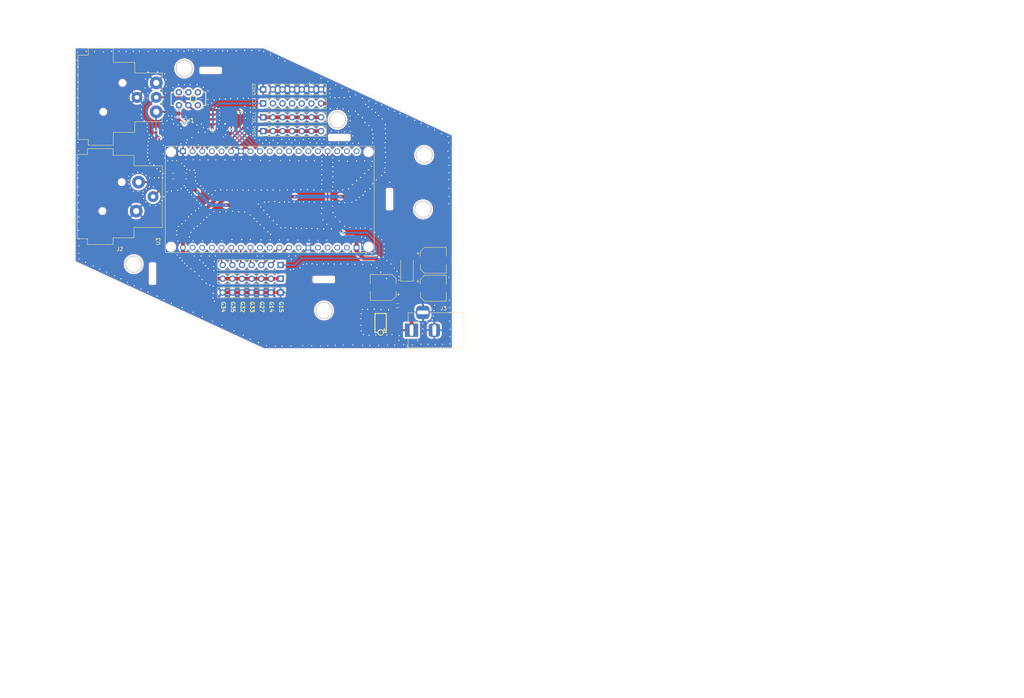
<source format=kicad_pcb>
(kicad_pcb (version 20241229) (generator "pcbnew") (generator_version "9.0")
  (layers (0 "F.Cu" signal) (2 "B.Cu" signal) (13 "F.Paste" user) (15 "B.Paste" user) (5 "F.SilkS" user "F.Silkscreen") (7 "B.SilkS" user "B.Silkscreen") (1 "F.Mask" user) (3 "B.Mask" user) (25 "Edge.Cuts" user))
  (net 0 "")
  (net 1 "+5V")
  (net 2 "/VIN")
  (net 3 "GND")
  (net 4 "/A7")
  (net 5 "/A6")
  (net 6 "/SCL")
  (net 7 "+3.3V")
  (net 8 "/SDA")
  (net 9 "/OUT")
  (net 30 "/DMX-")
  (net 31 "/DMX+")
  (net 32 "/DMX_EN")
  (net 33 "/DMX_RX")
  (net 34 "/A17")
  (net 35 "/DMX_TX")
  (net 36 "/A13")
  (net 37 "/A5")
  (net 38 "/A16")
  (net 39 "/A4")
  (net 41 "Net-(SW1-C)")
  (footprint "Connector_Audio:Jack_XLR_Neutrik_NC3FAAH-0_Horizontal" (layer "F.Cu") (at 48.4886 68.3006 180)
    (property "Reference" "J2")
    (property "Value" "DMX_OUT")
  )
  (footprint "Capacitor_SMD:CP_Elec_6.3x7.7" (layer "F.Cu") (at 126.746 81.28)
    (property "Reference" "C1" (hide yes))
    (property "Value" "470u" (hide yes))
  )
  (footprint "Connector_PinHeader_2.54mm:PinHeader_1x07_P2.54mm_Vertical" (layer "F.Cu") (at 81.94 47.23 90)
    (property "Reference" "SDA1")
    (property "Value" "Conn_01x07" (hide yes))
  )
  (footprint "Resistor_SMD:R_0805_2012Metric" (layer "F.Cu") (at 61.67 59.06)
    (property "Reference" "R1" (hide yes))
    (property "Value" "680R" (hide yes))
  )
  (footprint "Connector_PinHeader_2.54mm:PinHeader_1x07_P2.54mm_Vertical" (layer "F.Cu") (at 81.94 39.93 90)
    (property "Reference" "VCC3")
    (property "Value" "Conn_01x07" (hide yes))
  )
  (footprint "Resistor_SMD:R_0805_2012Metric" (layer "F.Cu") (at 58.24 59.07 180)
    (property "Reference" "R2" (hide yes))
    (property "Value" "680R" (hide yes))
  )
  (footprint "Connector_PinHeader_2.54mm:PinHeader_1x07_P2.54mm_Vertical" (layer "F.Cu") (at 81.94 43.58 90)
    (property "Reference" "SCL1")
    (property "Value" "Conn_01x07" (hide yes))
  )
  (footprint "Connector_PinHeader_2.54mm:PinHeader_1x07_P2.54mm_Vertical" (layer "F.Cu") (at 86.52 89.76 -90)
    (property "Reference" "GND2" (hide yes))
    (property "Value" "Conn_01x07" (hide yes))
  )
  (footprint "Inductor_SMD:L_0805_2012Metric" (layer "F.Cu") (at 117.3015 93.218 180)
    (property "Reference" "L1" (hide yes))
    (property "Value" "68uL" (hide yes))
  )
  (footprint "DMX-Controller:SW-TH_MSS22D18GX" (layer "F.Cu") (at 62.24 38.71 180)
    (property "Reference" "SW1")
    (property "Value" "POWER_EN" (hide yes))
  )
  (footprint "Connector_PinHeader_2.54mm:PinHeader_1x07_P2.54mm_Vertical" (layer "F.Cu") (at 86.52 86.13 -90)
    (property "Reference" "VCC2" (hide yes))
    (property "Value" "Conn_01x07" (hide yes))
  )
  (footprint "DMX-Controller:MODULE_ESP32_NODEMCU" (layer "F.Cu") (at 83.66 65.23 90)
    (property "Reference" "U3")
    (property "Value" "ESP32_NODEMCU" (hide yes))
  )
  (footprint "Connector_Audio:Jack_XLR_Neutrik_NC3MAAH_Horizontal" (layer "F.Cu") (at 53.78 34.52 -90)
    (property "Reference" "J1" (hide yes))
    (property "Value" "DMX_IN")
  )
  (footprint "Capacitor_SMD:CP_Elec_6.3x7.7" (layer "F.Cu") (at 126.746 88.646)
    (property "Reference" "C12" (hide yes))
    (property "Value" "100u" (hide yes))
  )
  (footprint "Resistor_SMD:R_0805_2012Metric" (layer "F.Cu") (at 59.44 43.51 -90)
    (property "Reference" "R3" (hide yes))
    (property "Value" "120R" (hide yes))
  )
  (footprint "Capacitor_SMD:CP_Elec_6.3x7.7" (layer "F.Cu") (at 113.52 88.43 180)
    (property "Reference" "C3" (hide yes))
    (property "Value" "180u" (hide yes))
  )
  (footprint "Connector_PinHeader_2.54mm:PinHeader_1x07_P2.54mm_Vertical" (layer "F.Cu") (at 86.52 82.51 -90)
    (property "Reference" "PH2" (hide yes))
    (property "Value" "Conn_01x07" (hide yes))
  )
  (footprint "Diode_SMD:D_SMA" (layer "F.Cu") (at 119.82 83.2675 90)
    (property "Reference" "D4" (hide yes))
    (property "Value" "D_Schottky" (hide yes))
  )
  (footprint "DMX-Controller:SO08" (layer "F.Cu") (at 70.9162 43.505 90)
    (property "Reference" "U1" (hide yes))
    (property "Value" "MAX3430ESA")
  )
  (footprint "Connector_PinHeader_2.54mm:PinHeader_1x07_P2.54mm_Vertical" (layer "F.Cu") (at 81.94 36.26 90)
    (property "Reference" "GND3")
    (property "Value" "Conn_01x07" (hide yes))
  )
  (footprint "DMX-Controller:5V_BUCK" (layer "F.Cu") (at 112.86 97.79 90)
    (property "Reference" "U4" (hide yes))
    (property "Value" "XL1509-5.0E1" (hide yes))
  )
  (footprint "Connector_BarrelJack:BarrelJack_Horizontal" (layer "F.Cu") (at 121 99.696 180)
    (property "Reference" "J3")
    (property "Value" "DC-005 2.0" (hide yes))
  )
  (gr_line (start 32.0804 81.8048) (end 82.0802 104.9274) (stroke (width 0.05)) (layer "Edge.Cuts"))
  (gr_circle (center 47.85 82.29) (end 50 82.29) (stroke (width 0.3)) (fill no) (layer "Edge.Cuts"))
  (gr_circle (center 124.34 53.51) (end 126.49 53.51) (stroke (width 0.3)) (fill no) (layer "Edge.Cuts"))
  (gr_line (start 32.0802 24.9274) (end 82.0802 24.9274) (stroke (width 0.05)) (layer "Edge.Cuts"))
  (gr_rect (start 99.49 48.4) (end 104.49 49.4) (stroke (width 0.05)) (fill no) (layer "Edge.Cuts"))
  (gr_circle (center 101.49 44.25) (end 103.64 44.25) (stroke (width 0.3)) (fill no) (layer "Edge.Cuts"))
  (gr_line (start 32.0804 81.8048) (end 32.0802 24.9274) (stroke (width 0.05)) (layer "Edge.Cuts"))
  (gr_line (start 82.0802 104.9274) (end 132.0802 104.9274) (stroke (width 0.05)) (layer "Edge.Cuts"))
  (gr_circle (center 61.15 30.73) (end 63.3 30.73) (stroke (width 0.3)) (fill no) (layer "Edge.Cuts"))
  (gr_line (start 82.0802 24.9274) (end 132.08 48.05) (stroke (width 0.05)) (layer "Edge.Cuts"))
  (gr_circle (center 97.96 94.48) (end 100.11 94.48) (stroke (width 0.3)) (fill no) (layer "Edge.Cuts"))
  (gr_rect (start 52.29 82.29) (end 53.29 87.29) (stroke (width 0.05)) (fill no) (layer "Edge.Cuts"))
  (gr_line (start 132.0802 104.9274) (end 132.08 48.05) (stroke (width 0.05)) (layer "Edge.Cuts"))
  (gr_rect (start 114.72 62.65) (end 115.72 67.65) (stroke (width 0.05)) (fill no) (layer "Edge.Cuts"))
  (gr_rect (start 65.59 30.73) (end 70.59 31.73) (stroke (width 0.05)) (fill no) (layer "Edge.Cuts"))
  (gr_circle (center 124.03 67.84) (end 126.18 67.84) (stroke (width 0.3)) (fill no) (layer "Edge.Cuts"))
  (gr_rect (start 95.39 85.82) (end 100.39 86.82) (stroke (width 0.05)) (fill no) (layer "Edge.Cuts"))
  (gr_text "G35" (at 73.39 91.98 270) (layer "F.SilkS") (effects (font (size 1 1) (thickness 0.2) (bold yes)) (justify left bottom)))
  (gr_text "G32" (at 75.93 91.98 270) (layer "F.SilkS") (effects (font (size 1 1) (thickness 0.2) (bold yes)) (justify left bottom)))
  (gr_text "G33" (at 78.47 91.98 270) (layer "F.SilkS") (effects (font (size 1 1) (thickness 0.2) (bold yes)) (justify left bottom)))
  (gr_text "G34" (at 70.85 91.99 270) (layer "F.SilkS") (effects (font (size 1 1) (thickness 0.2) (bold yes)) (justify left bottom)))
  (gr_text "G15\n" (at 86.09 91.98 270) (layer "F.SilkS") (effects (font (size 1 1) (thickness 0.2) (bold yes)) (justify left bottom)))
  (gr_text "G27" (at 81.01 91.98 270) (layer "F.SilkS") (effects (font (size 1 1) (thickness 0.2) (bold yes)) (justify left bottom)))
  (gr_text "G14" (at 83.55 91.98 270) (layer "F.SilkS") (effects (font (size 1 1) (thickness 0.2) (bold yes)) (justify left bottom)))
  (segment (start 105.77 75.64) (end 103.11 75.64) (width 1) (layer "F.Cu") (net 1))
  (segment (start 116.22 88.43) (end 116.22 85.36) (width 1) (layer "F.Cu") (net 1))
  (segment (start 100.85 75.08) (end 100.17 74.4) (width 1) (layer "F.Cu") (net 1))
  (segment (start 64.58 63.29) (end 62.59 61.3) (width 1) (layer "F.Cu") (net 1))
  (segment (start 103.11 75.64) (end 101.41 75.64) (width 1) (layer "F.Cu") (net 1))
  (segment (start 116.962 97.16) (end 115.57 97.16) (width 0.5) (layer "F.Cu") (net 1))
  (segment (start 62.59 61.3) (end 62.59 59.0675) (width 1) (layer "F.Cu") (net 1))
  (segment (start 64.61 63.29) (end 64.58 63.29) (width 1) (layer "F.Cu") (net 1))
  (segment (start 106.52 78.91) (end 106.52 77.93) (width 1) (layer "F.Cu") (net 1))
  (segment (start 116.239 93.218) (end 116.239 93.633) (width 0.5) (layer "F.Cu") (net 1))
  (segment (start 78.4 66.71) (end 72.13 66.71) (width 1) (layer "F.Cu") (net 1))
  (segment (start 109.36 80.77) (end 109.362 80.772) (width 1) (layer "F.Cu") (net 1))
  (segment (start 100.17 74.4) (end 98.13 74.4) (width 1) (layer "F.Cu") (net 1))
  (segment (start 109.362 80.772) (end 108.382 80.772) (width 1) (layer "F.Cu") (net 1))
  (segment (start 111.632 80.772) (end 109.362 80.772) (width 1) (layer "F.Cu") (net 1))
  (segment (start 117.41 94.804) (end 117.41 96.712) (width 0.5) (layer "F.Cu") (net 1))
  (segment (start 98.13 74.4) (end 86.09 74.4) (width 1) (layer "F.Cu") (net 1))
  (segment (start 106.01 75.88) (end 105.77 75.64) (width 1) (layer "F.Cu") (net 1))
  (segment (start 80.92 69.23) (end 78.4 66.71) (width 1) (layer "F.Cu") (net 1))
  (segment (start 62.59 59.0675) (end 62.5825 59.06) (width 1) (layer "F.Cu") (net 1))
  (segment (start 106.52 76.39) (end 106.01 75.88) (width 1) (layer "F.Cu") (net 1))
  (segment (start 116.239 93.218) (end 116.239 88.449) (width 1) (layer "F.Cu") (net 1))
  (segment (start 116.239 93.633) (end 117.41 94.804) (width 0.5) (layer "F.Cu") (net 1))
  (segment (start 101.41 75.64) (end 100.85 75.08) (width 1) (layer "F.Cu") (net 1))
  (segment (start 86.09 74.4) (end 80.92 69.23) (width 1) (layer "F.Cu") (net 1))
  (segment (start 108.382 80.772) (end 106.52 78.91) (width 1) (layer "F.Cu") (net 1))
  (segment (start 117.41 96.712) (end 116.962 97.16) (width 0.5) (layer "F.Cu") (net 1))
  (segment (start 116.22 85.36) (end 111.632 80.772) (width 1) (layer "F.Cu") (net 1))
  (segment (start 106.52 77.93) (end 106.52 76.39) (width 1) (layer "F.Cu") (net 1))
  (via (at 64.61 63.29) (size 0.6) (drill 0.3) (layers "F.Cu" "B.Cu") (net 1))
  (via (at 72.13 66.71) (size 0.6) (drill 0.3) (layers "F.Cu" "B.Cu") (net 1))
  (segment (start 68.03 66.71) (end 64.61 63.29) (width 1) (layer "B.Cu") (net 1))
  (segment (start 72.13 66.71) (end 68.03 66.71) (width 1) (layer "B.Cu") (net 1))
  (segment (start 121 99.696) (end 115.574 99.696) (width 0.5) (layer "F.Cu") (net 2))
  (segment (start 121 90.52) (end 121 99.696) (width 1) (layer "F.Cu") (net 2))
  (segment (start 124.046 81.28) (end 124.046 88.646) (width 1) (layer "F.Cu") (net 2))
  (segment (start 122.874 88.646) (end 121 90.52) (width 1) (layer "F.Cu") (net 2))
  (segment (start 110.15 95.89) (end 110.15 99.7) (width 1) (layer "F.Cu") (net 3))
  (segment (start 86.52 89.76) (end 71.28 89.76) (width 1) (layer "F.Cu") (net 3))
  (via (at 83.63 69.9) (size 0.6) (drill 0.3) (layers "F.Cu" "B.Cu") (net 3))
  (via (at 33.13 50.23) (size 0.6) (drill 0.3) (layers "F.Cu" "B.Cu") (net 3))
  (via (at 106.53 60.26) (size 0.6) (drill 0.3) (layers "F.Cu" "B.Cu") (net 3))
  (via (at 55.94 32.1) (size 0.6) (drill 0.3) (layers "F.Cu" "B.Cu") (net 3))
  (via (at 69.3 62.92) (size 0.6) (drill 0.3) (layers "F.Cu" "B.Cu") (net 3))
  (via (at 114.16 52.85) (size 0.6) (drill 0.3) (layers "F.Cu" "B.Cu") (net 3))
  (via (at 78.57 42.21) (size 0.6) (drill 0.3) (layers "F.Cu" "B.Cu") (net 3))
  (via (at 56.49 35.5) (size 0.6) (drill 0.3) (layers "F.Cu" "B.Cu") (net 3))
  (via (at 108.91 40.16) (size 0.6) (drill 0.3) (layers "F.Cu" "B.Cu") (net 3))
  (via (at 130.97 91.82) (size 0.6) (drill 0.3) (layers "F.Cu" "B.Cu") (net 3))
  (via (at 105.57 103.58) (size 0.6) (drill 0.3) (layers "F.Cu" "B.Cu") (net 3))
  (via (at 33.03 38.4) (size 0.6) (drill 0.3) (layers "F.Cu" "B.Cu") (net 3))
  (via (at 91.45 65.91) (size 0.6) (drill 0.3) (layers "F.Cu" "B.Cu") (net 3))
  (via (at 100.25 54.3) (size 0.6) (drill 0.3) (layers "F.Cu" "B.Cu") (net 3))
  (via (at 56.63 44.53) (size 0.6) (drill 0.3) (layers "F.Cu" "B.Cu") (net 3))
  (via (at 63.05 69.14) (size 0.6) (drill 0.3) (layers "F.Cu" "B.Cu") (net 3))
  (via (at 114.18 49.06) (size 0.6) (drill 0.3) (layers "F.Cu" "B.Cu") (net 3))
  (via (at 70.44 43.08) (size 0.6) (drill 0.3) (layers "F.Cu" "B.Cu") (net 3))
  (via (at 61.22 34.97) (size 0.6) (drill 0.3) (layers "F.Cu" "B.Cu") (net 3))
  (via (at 94.81 82.19) (size 0.6) (drill 0.3) (layers "F.Cu" "B.Cu") (net 3))
  (via (at 127.09 93.14) (size 0.6) (drill 0.3) (layers "F.Cu" "B.Cu") (net 3))
  (via (at 104.57 46.03) (size 0.6) (drill 0.3) (layers "F.Cu" "B.Cu") (net 3))
  (via (at 100.34 68.65) (size 0.6) (drill 0.3) (layers "F.Cu" "B.Cu") (net 3))
  (via (at 59.17 73.5) (size 0.6) (drill 0.3) (layers "F.Cu" "B.Cu") (net 3))
  (via (at 107.2 64.69) (size 0.6) (drill 0.3) (layers "F.Cu" "B.Cu") (net 3))
  (via (at 104.77 38.2) (size 0.6) (drill 0.3) (layers "F.Cu" "B.Cu") (net 3))
  (via (at 130.88 66.38) (size 0.6) (drill 0.3) (layers "F.Cu" "B.Cu") (net 3))
  (via (at 111.61 39.93) (size 0.6) (drill 0.3) (layers "F.Cu" "B.Cu") (net 3))
  (via (at 33.2 59.62) (size 0.6) (drill 0.3) (layers "F.Cu" "B.Cu") (net 3))
  (via (at 118.94 103.52) (size 0.6) (drill 0.3) (layers "F.Cu" "B.Cu") (net 3))
  (via (at 107.57 72.81) (size 0.6) (drill 0.3) (layers "F.Cu" "B.Cu") (net 3))
  (via (at 113.18 75.84) (size 0.6) (drill 0.3) (layers "F.Cu" "B.Cu") (net 3))
  (via (at 85.95 27.99) (size 0.6) (drill 0.3) (layers "F.Cu" "B.Cu") (net 3))
  (via (at 116.48 83.31) (size 0.6) (drill 0.3) (layers "F.Cu" "B.Cu") (net 3))
  (via (at 78.07 38.62) (size 0.6) (drill 0.3) (layers "F.Cu" "B.Cu") (net 3))
  (via (at 76.68 101.01) (size 0.6) (drill 0.3) (layers "F.Cu" "B.Cu") (net 3))
  (via (at 73.78 62.75) (size 0.6) (drill 0.3) (layers "F.Cu" "B.Cu") (net 3))
  (via (at 60.04 80.62) (size 0.6) (drill 0.3) (layers "F.Cu" "B.Cu") (net 3))
  (via (at 96.25 72.96) (size 0.6) (drill 0.3) (layers "F.Cu" "B.Cu") (net 3))
  (via (at 78.56 75.76) (size 0.6) (drill 0.3) (layers "F.Cu" "B.Cu") (net 3))
  (via (at 61.59 54.7) (size 0.6) (drill 0.3) (layers "F.Cu" "B.Cu") (net 3))
  (via (at 49.93 43.81) (size 0.6) (drill 0.3) (layers "F.Cu" "B.Cu") (net 3))
  (via (at 33.17 34.33) (size 0.6) (drill 0.3) (layers "F.Cu" "B.Cu") (net 3))
  (via (at 72.44 47.02) (size 0.6) (drill 0.3) (layers "F.Cu" "B.Cu") (net 3))
  (via (at 130.84 54.24) (size 0.6) (drill 0.3) (layers "F.Cu" "B.Cu") (net 3))
  (via (at 104.79 72.64) (size 0.6) (drill 0.3) (layers "F.Cu" "B.Cu") (net 3))
  (via (at 65.97 76.17) (size 0.6) (drill 0.3) (layers "F.Cu" "B.Cu") (net 3))
  (via (at 69.34 80.12) (size 0.6) (drill 0.3) (layers "F.Cu" "B.Cu") (net 3))
  (via (at 48.98 63.09) (size 0.6) (drill 0.3) (layers "F.Cu" "B.Cu") (net 3))
  (via (at 51.64 50) (size 0.6) (drill 0.3) (layers "F.Cu" "B.Cu") (net 3))
  (via (at 97.96 49.41) (size 0.6) (drill 0.3) (layers "F.Cu" "B.Cu") (net 3))
  (via (at 81.14 71.9) (size 0.6) (drill 0.3) (layers "F.Cu" "B.Cu") (net 3))
  (via (at 63.46 76.11) (size 0.6) (drill 0.3) (layers "F.Cu" "B.Cu") (net 3))
  (via (at 101.96 38.38) (size 0.6) (drill 0.3) (layers "F.Cu" "B.Cu") (net 3))
  (via (at 104.85 44.49) (size 0.6) (drill 0.3) (layers "F.Cu" "B.Cu") (net 3))
  (via (at 64.06 59.3) (size 0.6) (drill 0.3) (layers "F.Cu" "B.Cu") (net 3))
  (via (at 71.99 38.76) (size 0.6) (drill 0.3) (layers "F.Cu" "B.Cu") (net 3))
  (via (at 100.31 60.68) (size 0.6) (drill 0.3) (layers "F.Cu" "B.Cu") (net 3))
  (via (at 101.04 35.06) (size 0.6) (drill 0.3) (layers "F.Cu" "B.Cu") (net 3))
  (via (at 97.82 82.19) (size 0.6) (drill 0.3) (layers "F.Cu" "B.Cu") (net 3))
  (via (at 73.36 38.65) (size 0.6) (drill 0.3) (layers "F.Cu" "B.Cu") (net 3))
  (via (at 65.62 66.84) (size 0.6) (drill 0.3) (layers "F.Cu" "B.Cu") (net 3))
  (via (at 127.08 46.99) (size 0.6) (drill 0.3) (layers "F.Cu" "B.Cu") (net 3))
  (via (at 43.93 26.23) (size 0.6) (drill 0.3) (layers "F.Cu" "B.Cu") (net 3))
  (via (at 47.61 58.52) (size 0.6) (drill 0.3) (layers "F.Cu" "B.Cu") (net 3))
  (via (at 50.47 65) (size 0.6) (drill 0.3) (layers "F.Cu" "B.Cu") (net 3))
  (via (at 108.05 94.23) (size 0.6) (drill 0.3) (layers "F.Cu" "B.Cu") (net 3))
  (via (at 51.11 58.82) (size 0.6) (drill 0.3) (layers "F.Cu" "B.Cu") (net 3))
  (via (at 77.83 46.38) (size 0.6) (drill 0.3) (layers "F.Cu" "B.Cu") (net 3))
  (via (at 130.89 58.22) (size 0.6) (drill 0.3) (layers "F.Cu" "B.Cu") (net 3))
  (via (at 130.78 59.98) (size 0.6) (drill 0.3) (layers "F.Cu" "B.Cu") (net 3))
  (via (at 105.54 48.48) (size 0.6) (drill 0.3) (layers "F.Cu" "B.Cu") (net 3))
  (via (at 123.87 100.61) (size 0.6) (drill 0.3) (layers "F.Cu" "B.Cu") (net 3))
  (via (at 55.55 46.96) (size 0.6) (drill 0.3) (layers "F.Cu" "B.Cu") (net 3))
  (via (at 123.45 103.4) (size 0.6) (drill 0.3) (layers "F.Cu" "B.Cu") (net 3))
  (via (at 90.66 72.8) (size 0.6) (drill 0.3) (layers "F.Cu" "B.Cu") (net 3))
  (via (at 106.35 72.74) (size 0.6) (drill 0.3) (layers "F.Cu" "B.Cu") (net 3))
  (via (at 82.07 26.23) (size 0.6) (drill 0.3) (layers "F.Cu" "B.Cu") (net 3))
  (via (at 76.18 54.7) (size 0.6) (drill 0.3) (layers "F.Cu" "B.Cu") (net 3))
  (via (at 44.47 86.15) (size 0.6) (drill 0.3) (layers "F.Cu" "B.Cu") (net 3))
  (via (at 96.05 50.38) (size 0.6) (drill 0.3) (layers "F.Cu" "B.Cu") (net 3))
  (via (at 102.11 71.09) (size 0.6) (drill 0.3) (layers "F.Cu" "B.Cu") (net 3))
  (via (at 131.07 103.29) (size 0.6) (drill 0.3) (layers "F.Cu" "B.Cu") (net 3))
  (via (at 91.31 55.08) (size 0.6) (drill 0.3) (layers "F.Cu" "B.Cu") (net 3))
  (via (at 111.73 60.07) (size 0.6) (drill 0.3) (layers "F.Cu" "B.Cu") (net 3))
  (via (at 104.39 41.96) (size 0.6) (drill 0.3) (layers "F.Cu" "B.Cu") (net 3))
  (via (at 50.1 58.3) (size 0.6) (drill 0.3) (layers "F.Cu" "B.Cu") (net 3))
  (via (at 60.32 46.5) (size 0.6) (drill 0.3) (layers "F.Cu" "B.Cu") (net 3))
  (via (at 69.11 92.06) (size 0.6) (drill 0.3) (layers "F.Cu" "B.Cu") (net 3))
  (via (at 64.06 58.25) (size 0.6) (drill 0.3) (layers "F.Cu" "B.Cu") (net 3))
  (via (at 63.72 72.9) (size 0.6) (drill 0.3) (layers "F.Cu" "B.Cu") (net 3))
  (via (at 97.37 57.34) (size 0.6) (drill 0.3) (layers "F.Cu" "B.Cu") (net 3))
  (via (at 78.08 62.78) (size 0.6) (drill 0.3) (layers "F.Cu" "B.Cu") (net 3))
  (via (at 68.95 83.99) (size 0.6) (drill 0.3) (layers "F.Cu" "B.Cu") (net 3))
  (via (at 104.38 62.46) (size 0.6) (drill 0.3) (layers "F.Cu" "B.Cu") (net 3))
  (via (at 63.08 43.93) (size 0.6) (drill 0.3) (layers "F.Cu" "B.Cu") (net 3))
  (via (at 87.55 65.92) (size 0.6) (drill 0.3) (layers "F.Cu" "B.Cu") (net 3))
  (via (at 91.5 50.36) (size 0.6) (drill 0.3) (layers "F.Cu" "B.Cu") (net 3))
  (via (at 64.96 67.58) (size 0.6) (drill 0.3) (layers "F.Cu" "B.Cu") (net 3))
  (via (at 59.32 79.89) (size 0.6) (drill 0.3) (layers "F.Cu" "B.Cu") (net 3))
  (via (at 68.44 76.14) (size 0.6) (drill 0.3) (layers "F.Cu" "B.Cu") (net 3))
  (via (at 84.98 65.79) (size 0.6) (drill 0.3) (layers "F.Cu" "B.Cu") (net 3))
  (via (at 68.78 89.98) (size 0.6) (drill 0.3) (layers "F.Cu" "B.Cu") (net 3))
  (via (at 70.73 62.69) (size 0.6) (drill 0.3) (layers "F.Cu" "B.Cu") (net 3))
  (via (at 81.37 75.9) (size 0.6) (drill 0.3) (layers "F.Cu" "B.Cu") (net 3))
  (via (at 103.25 38.37) (size 0.6) (drill 0.3) (layers "F.Cu" "B.Cu") (net 3))
  (via (at 68.46 63.97) (size 0.6) (drill 0.3) (layers "F.Cu" "B.Cu") (net 3))
  (via (at 111.52 42.31) (size 0.6) (drill 0.3) (layers "F.Cu" "B.Cu") (net 3))
  (via (at 53.97 57.16) (size 0.6) (drill 0.3) (layers "F.Cu" "B.Cu") (net 3))
  (via (at 96.11 82.41) (size 0.6) (drill 0.3) (layers "F.Cu" "B.Cu") (net 3))
  (via (at 127.25 103.47) (size 0.6) (drill 0.3) (layers "F.Cu" "B.Cu") (net 3))
  (via (at 86.57 72.71) (size 0.6) (drill 0.3) (layers "F.Cu" "B.Cu") (net 3))
  (via (at 79.56 70.27) (size 0.6) (drill 0.3) (layers "F.Cu" "B.Cu") (net 3))
  (via (at 114.91 41.33) (size 0.6) (drill 0.3) (layers "F.Cu" "B.Cu") (net 3))
  (via (at 61.5 62.09) (size 0.6) (drill 0.3) (layers "F.Cu" "B.Cu") (net 3))
  (via (at 57.04 43.21) (size 0.6) (drill 0.3) (layers "F.Cu" "B.Cu") (net 3))
  (via (at 63.04 64.01) (size 0.6) (drill 0.3) (layers "F.Cu" "B.Cu") (net 3))
  (via (at 50.97 33.52) (size 0.6) (drill 0.3) (layers "F.Cu" "B.Cu") (net 3))
  (via (at 102.36 82.22) (size 0.6) (drill 0.3) (layers "F.Cu" "B.Cu") (net 3))
  (via (at 78.58 48.06) (size 0.6) (drill 0.3) (layers "F.Cu" "B.Cu") (net 3))
  (via (at 94.04 65.88) (size 0.6) (drill 0.3) (layers "F.Cu" "B.Cu") (net 3))
  (via (at 101.42 41.27) (size 0.6) (drill 0.3) (layers "F.Cu" "B.Cu") (net 3))
  (via (at 109.41 94.19) (size 0.6) (drill 0.3) (layers "F.Cu" "B.Cu") (net 3))
  (via (at 130.76 50.32) (size 0.6) (drill 0.3) (layers "F.Cu" "B.Cu") (net 3))
  (via (at 110.08 62.36) (size 0.6) (drill 0.3) (layers "F.Cu" "B.Cu") (net 3))
  (via (at 89.11 83.73) (size 0.6) (drill 0.3) (layers "F.Cu" "B.Cu") (net 3))
  (via (at 92.35 103.75) (size 0.6) (drill 0.3) (layers "F.Cu" "B.Cu") (net 3))
  (via (at 55.64 50.94) (size 0.6) (drill 0.3) (layers "F.Cu" "B.Cu") (net 3))
  (via (at 108.67 55.08) (size 0.6) (drill 0.3) (layers "F.Cu" "B.Cu") (net 3))
  (via (at 110.54 79.47) (size 0.6) (drill 0.3) (layers "F.Cu" "B.Cu") (net 3))
  (via (at 108.07 77.17) (size 0.6) (drill 0.3) (layers "F.Cu" "B.Cu") (net 3))
  (via (at 110.46 56.47) (size 0.6) (drill 0.3) (layers "F.Cu" "B.Cu") (net 3))
  (via (at 73.69 75.76) (size 0.6) (drill 0.3) (layers "F.Cu" "B.Cu") (net 3))
  (via (at 100.24 66.97) (size 0.6) (drill 0.3) (layers "F.Cu" "B.Cu") (net 3))
  (via (at 90 83.63) (size 0.6) (drill 0.3) (layers "F.Cu" "B.Cu") (net 3))
  (via (at 77.05 68.57) (size 0.6) (drill 0.3) (layers "F.Cu" "B.Cu") (net 3))
  (via (at 99.38 50.45) (size 0.6) (drill 0.3) (layers "F.Cu" "B.Cu") (net 3))
  (via (at 101.77 47.45) (size 0.6) (drill 0.3) (layers "F.Cu" "B.Cu") (net 3))
  (via (at 61.06 26.19) (size 0.6) (drill 0.3) (layers "F.Cu" "B.Cu") (net 3))
  (via (at 83.68 55.02) (size 0.6) (drill 0.3) (layers "F.Cu" "B.Cu") (net 3))
  (via (at 131.14 99.49) (size 0.6) (drill 0.3) (layers "F.Cu" "B.Cu") (net 3))
  (via (at 70.44 38.76) (size 0.6) (drill 0.3) (layers "F.Cu" "B.Cu") (net 3))
  (via (at 60.32 62.38) (size 0.6) (drill 0.3) (layers "F.Cu" "B.Cu") (net 3))
  (via (at 62.44 63.35) (size 0.6) (drill 0.3) (layers "F.Cu" "B.Cu") (net 3))
  (via (at 106.39 65.4) (size 0.6) (drill 0.3) (layers "F.Cu" "B.Cu") (net 3))
  (via (at 51.36 45.28) (size 0.6) (drill 0.3) (layers "F.Cu" "B.Cu") (net 3))
  (via (at 107.05 50.4) (size 0.6) (drill 0.3) (layers "F.Cu" "B.Cu") (net 3))
  (via (at 117.66 102.37) (size 0.6) (drill 0.3) (layers "F.Cu" "B.Cu") (net 3))
  (via (at 88.7 65.96) (size 0.6) (drill 0.3) (layers "F.Cu" "B.Cu") (net 3))
  (via (at 88.32 62.7) (size 0.6) (drill 0.3) (layers "F.Cu" "B.Cu") (net 3))
  (via (at 110.8 61.09) (size 0.6) (drill 0.3) (layers "F.Cu" "B.Cu") (net 3))
  (via (at 64.88 25.9) (size 0.6) (drill 0.3) (layers "F.Cu" "B.Cu") (net 3))
  (via (at 108.15 76.22) (size 0.6) (drill 0.3) (layers "F.Cu" "B.Cu") (net 3))
  (via (at 80.84 26.04) (size 0.6) (drill 0.3) (layers "F.Cu" "B.Cu") (net 3))
  (via (at 67.49 83.47) (size 0.6) (drill 0.3) (layers "F.Cu" "B.Cu") (net 3))
  (via (at 91.05 75.98) (size 0.6) (drill 0.3) (layers "F.Cu" "B.Cu") (net 3))
  (via (at 97.7 70.64) (size 0.6) (drill 0.3) (layers "F.Cu" "B.Cu") (net 3))
  (via (at 65.22 81.18) (size 0.6) (drill 0.3) (layers "F.Cu" "B.Cu") (net 3))
  (via (at 83.87 74.44) (size 0.6) (drill 0.3) (layers "F.Cu" "B.Cu") (net 3))
  (via (at 86.29 62.81) (size 0.6) (drill 0.3) (layers "F.Cu" "B.Cu") (net 3))
  (via (at 33.32 64.13) (size 0.6) (drill 0.3) (layers "F.Cu" "B.Cu") (net 3))
  (via (at 113.61 80.47) (size 0.6) (drill 0.3) (layers "F.Cu" "B.Cu") (net 3))
  (via (at 108.79 63.13) (size 0.6) (drill 0.3) (layers "F.Cu" "B.Cu") (net 3))
  (via (at 81.8 80.15) (size 0.6) (drill 0.3) (layers "F.Cu" "B.Cu") (net 3))
  (via (at 109 79.48) (size 0.6) (drill 0.3) (layers "F.Cu" "B.Cu") (net 3))
  (via (at 82.3 65.96) (size 0.6) (drill 0.3) (layers "F.Cu" "B.Cu") (net 3))
  (via (at 63.92 84.27) (size 0.6) (drill 0.3) (layers "F.Cu" "B.Cu") (net 3))
  (via (at 59.1 51.27) (size 0.6) (drill 0.3) (layers "F.Cu" "B.Cu") (net 3))
  (via (at 66.14 62.4) (size 0.6) (drill 0.3) (layers "F.Cu" "B.Cu") (net 3))
  (via (at 78.99 45.32) (size 0.6) (drill 0.3) (layers "F.Cu" "B.Cu") (net 3))
  (via (at 72.17 68.38) (size 0.6) (drill 0.3) (layers "F.Cu" "B.Cu") (net 3))
  (via (at 97.41 50.45) (size 0.6) (drill 0.3) (layers "F.Cu" "B.Cu") (net 3))
  (via (at 93.61 62.64) (size 0.6) (drill 0.3) (layers "F.Cu" "B.Cu") (net 3))
  (via (at 69.37 26.14) (size 0.6) (drill 0.3) (layers "F.Cu" "B.Cu") (net 3))
  (via (at 116.51 41.97) (size 0.6) (drill 0.3) (layers "F.Cu" "B.Cu") (net 3))
  (via (at 106.98 42.82) (size 0.6) (drill 0.3) (layers "F.Cu" "B.Cu") (net 3))
  (via (at 110.43 82.42) (size 0.6) (drill 0.3) (layers "F.Cu" "B.Cu") (net 3))
  (via (at 101.61 62.94) (size 0.6) (drill 0.3) (layers "F.Cu" "B.Cu") (net 3))
  (via (at 97.42 54.18) (size 0.6) (drill 0.3) (layers "F.Cu" "B.Cu") (net 3))
  (via (at 61.26 82.01) (size 0.6) (drill 0.3) (layers "F.Cu" "B.Cu") (net 3))
  (via (at 114.94 94.32) (size 0.6) (drill 0.3) (layers "F.Cu" "B.Cu") (net 3))
  (via (at 37.2 82.76) (size 0.6) (drill 0.3) (layers "F.Cu" "B.Cu") (net 3))
  (via (at 104.15 55.17) (size 0.6) (drill 0.3) (layers "F.Cu" "B.Cu") (net 3))
  (via (at 66.13 81.92) (size 0.6) (drill 0.3) (layers "F.Cu" "B.Cu") (net 3))
  (via (at 51.54 52.12) (size 0.6) (drill 0.3) (layers "F.Cu" "B.Cu") (net 3))
  (via (at 53.6 66.91) (size 0.6) (drill 0.3) (layers "F.Cu" "B.Cu") (net 3))
  (via (at 82.77 103.74) (size 0.6) (drill 0.3) (layers "F.Cu" "B.Cu") (net 3))
  (via (at 51.41 38.53) (size 0.6) (drill 0.3) (layers "F.Cu" "B.Cu") (net 3))
  (via (at 69.06 81.57) (size 0.6) (drill 0.3) (layers "F.Cu" "B.Cu") (net 3))
  (via (at 82.68 49.59) (size 0.6) (drill 0.3) (layers "F.Cu" "B.Cu") (net 3))
  (via (at 54.42 59.5) (size 0.6) (drill 0.3) (layers "F.Cu" "B.Cu") (net 3))
  (via (at 64.08 68.18) (size 0.6) (drill 0.3) (layers "F.Cu" "B.Cu") (net 3))
  (via (at 107.71 98.39) (size 0.6) (drill 0.3) (layers "F.Cu" "B.Cu") (net 3))
  (via (at 109.83 39.31) (size 0.6) (drill 0.3) (layers "F.Cu" "B.Cu") (net 3))
  (via (at 92.56 65.93) (size 0.6) (drill 0.3) (layers "F.Cu" "B.Cu") (net 3))
  (via (at 88.46 75.95) (size 0.6) (drill 0.3) (layers "F.Cu" "B.Cu") (net 3))
  (via (at 74.21 54.83) (size 0.6) (drill 0.3) (layers "F.Cu" "B.Cu") (net 3))
  (via (at 51.1 65.88) (size 0.6) (drill 0.3) (layers "F.Cu" "B.Cu") (net 3))
  (via (at 80.68 66.47) (size 0.6) (drill 0.3) (layers "F.Cu" "B.Cu") (net 3))
  (via (at 82.09 68.11) (size 0.6) (drill 0.3) (layers "F.Cu" "B.Cu") (net 3))
  (via (at 93.37 72.88) (size 0.6) (drill 0.3) (layers "F.Cu" "B.Cu") (net 3))
  (via (at 75.13 62.73) (size 0.6) (drill 0.3) (layers "F.Cu" "B.Cu") (net 3))
  (via (at 83.16 73.73) (size 0.6) (drill 0.3) (layers "F.Cu" "B.Cu") (net 3))
  (via (at 57.67 26.18) (size 0.6) (drill 0.3) (layers "F.Cu" "B.Cu") (net 3))
  (via (at 100.25 55.49) (size 0.6) (drill 0.3) (layers "F.Cu" "B.Cu") (net 3))
  (via (at 111.46 78.88) (size 0.6) (drill 0.3) (layers "F.Cu" "B.Cu") (net 3))
  (via (at 100.27 56.59) (size 0.6) (drill 0.3) (layers "F.Cu" "B.Cu") (net 3))
  (via (at 33.11 44.4) (size 0.6) (drill 0.3) (layers "F.Cu" "B.Cu") (net 3))
  (via (at 110.6 46.88) (size 0.6) (drill 0.3) (layers "F.Cu" "B.Cu") (net 3))
  (via (at 51.67 26.26) (size 0.6) (drill 0.3) (layers "F.Cu" "B.Cu") (net 3))
  (via (at 33.4 77.49) (size 0.6) (drill 0.3) (layers "F.Cu" "B.Cu") (net 3))
  (via (at 54.01 90.72) (size 0.6) (drill 0.3) (layers "F.Cu" "B.Cu") (net 3))
  (via (at 95.23 62.7) (size 0.6) (drill 0.3) (layers "F.Cu" "B.Cu") (net 3))
  (via (at 97.34 61.17) (size 0.6) (drill 0.3) (layers "F.Cu" "B.Cu") (net 3))
  (via (at 59.44 76.21) (size 0.6) (drill 0.3) (layers "F.Cu" "B.Cu") (net 3))
  (via (at 89.26 103.82) (size 0.6) (drill 0.3) (layers "F.Cu" "B.Cu") (net 3))
  (via (at 105.53 50.44) (size 0.6) (drill 0.3) (layers "F.Cu" "B.Cu") (net 3))
  (via (at 57.87 43.21) (size 0.6) (drill 0.3) (layers "F.Cu" "B.Cu") (net 3))
  (via (at 67.51 63.69) (size 0.6) (drill 0.3) (layers "F.Cu" "B.Cu") (net 3))
  (via (at 121.25 103.55) (size 0.6) (drill 0.3) (layers "F.Cu" "B.Cu") (net 3))
  (via (at 98.68 71.78) (size 0.6) (drill 0.3) (layers "F.Cu" "B.Cu") (net 3))
  (via (at 97.85 73) (size 0.6) (drill 0.3) (layers "F.Cu" "B.Cu") (net 3))
  (via (at 57.76 62.99) (size 0.6) (drill 0.3) (layers "F.Cu" "B.Cu") (net 3))
  (via (at 64.89 47.52) (size 0.6) (drill 0.3) (layers "F.Cu" "B.Cu") (net 3))
  (via (at 61.89 82.73) (size 0.6) (drill 0.3) (layers "F.Cu" "B.Cu") (net 3))
  (via (at 92.48 82.38) (size 0.6) (drill 0.3) (layers "F.Cu" "B.Cu") (net 3))
  (via (at 94.76 72.88) (size 0.6) (drill 0.3) (layers "F.Cu" "B.Cu") (net 3))
  (via (at 108.04 38.55) (size 0.6) (drill 0.3) (layers "F.Cu" "B.Cu") (net 3))
  (via (at 126.8 95.95) (size 0.6) (drill 0.3) (layers "F.Cu" "B.Cu") (net 3))
  (via (at 64.55 34.97) (size 0.6) (drill 0.3) (layers "F.Cu" "B.Cu") (net 3))
  (via (at 74.84 26.12) (size 0.6) (drill 0.3) (layers "F.Cu" "B.Cu") (net 3))
  (via (at 66.78 82.69) (size 0.6) (drill 0.3) (layers "F.Cu" "B.Cu") (net 3))
  (via (at 65.67 38.68) (size 0.6) (drill 0.3) (layers "F.Cu" "B.Cu") (net 3))
  (via (at 45.84 26.28) (size 0.6) (drill 0.3) (layers "F.Cu" "B.Cu") (net 3))
  (via (at 130.99 97.29) (size 0.6) (drill 0.3) (layers "F.Cu" "B.Cu") (net 3))
  (via (at 78.51 54.87) (size 0.6) (drill 0.3) (layers "F.Cu" "B.Cu") (net 3))
  (via (at 65.92 96.17) (size 0.6) (drill 0.3) (layers "F.Cu" "B.Cu") (net 3))
  (via (at 72.39 62.71) (size 0.6) (drill 0.3) (layers "F.Cu" "B.Cu") (net 3))
  (via (at 129.13 103.42) (size 0.6) (drill 0.3) (layers "F.Cu" "B.Cu") (net 3))
  (via (at 61.5 70.78) (size 0.6) (drill 0.3) (layers "F.Cu" "B.Cu") (net 3))
  (via (at 71.08 76.07) (size 0.6) (drill 0.3) (layers "F.Cu" "B.Cu") (net 3))
  (via (at 90.02 62.7) (size 0.6) (drill 0.3) (layers "F.Cu" "B.Cu") (net 3))
  (via (at 83.44 65.88) (size 0.6) (drill 0.3) (layers "F.Cu" "B.Cu") (net 3))
  (via (at 89.37 80.98) (size 0.6) (drill 0.3) (layers "F.Cu" "B.Cu") (net 3))
  (via (at 87.75 72.71) (size 0.6) (drill 0.3) (layers "F.Cu" "B.Cu") (net 3))
  (via (at 83.65 50.33) (size 0.6) (drill 0.3) (layers "F.Cu" "B.Cu") (net 3))
  (via (at 99.65 41.36) (size 0.6) (drill 0.3) (layers "F.Cu" "B.Cu") (net 3))
  (via (at 107.65 96.63) (size 0.6) (drill 0.3) (layers "F.Cu" "B.Cu") (net 3))
  (via (at 94.71 103.79) (size 0.6) (drill 0.3) (layers "F.Cu" "B.Cu") (net 3))
  (via (at 51.83 49.12) (size 0.6) (drill 0.3) (layers "F.Cu" "B.Cu") (net 3))
  (via (at 72.05 48.16) (size 0.6) (drill 0.3) (layers "F.Cu" "B.Cu") (net 3))
  (via (at 76.64 62.75) (size 0.6) (drill 0.3) (layers "F.Cu" "B.Cu") (net 3))
  (via (at 72.53 26.09) (size 0.6) (drill 0.3) (layers "F.Cu" "B.Cu") (net 3))
  (via (at 51.56 51.07) (size 0.6) (drill 0.3) (layers "F.Cu" "B.Cu") (net 3))
  (via (at 99.49 37.26) (size 0.6) (drill 0.3) (layers "F.Cu" "B.Cu") (net 3))
  (via (at 49.9 41.56) (size 0.6) (drill 0.3) (layers "F.Cu" "B.Cu") (net 3))
  (via (at 107.73 95.4) (size 0.6) (drill 0.3) (layers "F.Cu" "B.Cu") (net 3))
  (via (at 82.15 72.79) (size 0.6) (drill 0.3) (layers "F.Cu" "B.Cu") (net 3))
  (via (at 73.85 68.38) (size 0.6) (drill 0.3) (layers "F.Cu" "B.Cu") (net 3))
  (via (at 75.5 68.51) (size 0.6) (drill 0.3) (layers "F.Cu" "B.Cu") (net 3))
  (via (at 33.3 69.81) (size 0.6) (drill 0.3) (layers "F.Cu" "B.Cu") (net 3))
  (via (at 103.39 66.08) (size 0.6) (drill 0.3) (layers "F.Cu" "B.Cu") (net 3))
  (via (at 52.13 66.79) (size 0.6) (drill 0.3) (layers "F.Cu" "B.Cu") (net 3))
  (via (at 108.31 100.85) (size 0.6) (drill 0.3) (layers "F.Cu" "B.Cu") (net 3))
  (via (at 51.5 37.29) (size 0.6) (drill 0.3) (layers "F.Cu" "B.Cu") (net 3))
  (via (at 77.04 25.97) (size 0.6) (drill 0.3) (layers "F.Cu" "B.Cu") (net 3))
  (via (at 94.13 34.48) (size 0.6) (drill 0.3) (layers "F.Cu" "B.Cu") (net 3))
  (via (at 51.54 52.98) (size 0.6) (drill 0.3) (layers "F.Cu" "B.Cu") (net 3))
  (via (at 98.68 75.98) (size 0.6) (drill 0.3) (layers "F.Cu" "B.Cu") (net 3))
  (via (at 98.97 34.15) (size 0.6) (drill 0.3) (layers "F.Cu" "B.Cu") (net 3))
  (via (at 108.67 58.41) (size 0.6) (drill 0.3) (layers "F.Cu" "B.Cu") (net 3))
  (via (at 60.6 81.38) (size 0.6) (drill 0.3) (layers "F.Cu" "B.Cu") (net 3))
  (via (at 59.63 34.98) (size 0.6) (drill 0.3) (layers "F.Cu" "B.Cu") (net 3))
  (via (at 62.28 69.81) (size 0.6) (drill 0.3) (layers "F.Cu" "B.Cu") (net 3))
  (via (at 65.06 85.36) (size 0.6) (drill 0.3) (layers "F.Cu" "B.Cu") (net 3))
  (via (at 65.26 54.77) (size 0.6) (drill 0.3) (layers "F.Cu" "B.Cu") (net 3))
  (via (at 76.28 75.82) (size 0.6) (drill 0.3) (layers "F.Cu" "B.Cu") (net 3))
  (via (at 56.26 37.22) (size 0.6) (drill 0.3) (layers "F.Cu" "B.Cu") (net 3))
  (via (at 33.12 30.35) (size 0.6) (drill 0.3) (layers "F.Cu" "B.Cu") (net 3))
  (via (at 71.25 26.09) (size 0.6) (drill 0.3) (layers "F.Cu" "B.Cu") (net 3))
  (via (at 100.22 65.54) (size 0.6) (drill 0.3) (layers "F.Cu" "B.Cu") (net 3))
  (via (at 62.5 75.11) (size 0.6) (drill 0.3) (layers "F.Cu" "B.Cu") (net 3))
  (via (at 33.26 54.32) (size 0.6) (drill 0.3) (layers "F.Cu" "B.Cu") (net 3))
  (via (at 33.27 73.4) (size 0.6) (drill 0.3) (layers "F.Cu" "B.Cu") (net 3))
  (via (at 86.2 66.01) (size 0.6) (drill 0.3) (layers "F.Cu" "B.Cu") (net 3))
  (via (at 70.42 44.43) (size 0.6) (drill 0.3) (layers "F.Cu" "B.Cu") (net 3))
  (via (at 68.85 88.07) (size 0.6) (drill 0.3) (layers "F.Cu" "B.Cu") (net 3))
  (via (at 50.61 44.54) (size 0.6) (drill 0.3) (layers "F.Cu" "B.Cu") (net 3))
  (via (at 114.48 100.97) (size 0.6) (drill 0.3) (layers "F.Cu" "B.Cu") (net 3))
  (via (at 40.7 84.44) (size 0.6) (drill 0.3) (layers "F.Cu" "B.Cu") (net 3))
  (via (at 62.63 57.51) (size 0.6) (drill 0.3) (layers "F.Cu" "B.Cu") (net 3))
  (via (at 67.36 36.61) (size 0.6) (drill 0.3) (layers "F.Cu" "B.Cu") (net 3))
  (via (at 42.77 85.35) (size 0.6) (drill 0.3) (layers "F.Cu" "B.Cu") (net 3))
  (via (at 46.63 59.12) (size 0.6) (drill 0.3) (layers "F.Cu" "B.Cu") (net 3))
  (via (at 68.89 82.93) (size 0.6) (drill 0.3) (layers "F.Cu" "B.Cu") (net 3))
  (via (at 60.48 55.75) (size 0.6) (drill 0.3) (layers "F.Cu" "B.Cu") (net 3))
  (via (at 130.63 52.51) (size 0.6) (drill 0.3) (layers "F.Cu" "B.Cu") (net 3))
  (via (at 104.16 82.28) (size 0.6) (drill 0.3) (layers "F.Cu" "B.Cu") (net 3))
  (via (at 52.5 48.91) (size 0.6) (drill 0.3) (layers "F.Cu" "B.Cu") (net 3))
  (via (at 78.52 102.01) (size 0.6) (drill 0.3) (layers "F.Cu" "B.Cu") (net 3))
  (via (at 88.95 54.92) (size 0.6) (drill 0.3) (layers "F.Cu" "B.Cu") (net 3))
  (via (at 56.34 33.67) (size 0.6) (drill 0.3) (layers "F.Cu" "B.Cu") (net 3))
  (via (at 50.86 35.86) (size 0.6) (drill 0.3) (layers "F.Cu" "B.Cu") (net 3))
  (via (at 35.34 26.23) (size 0.6) (drill 0.3) (layers "F.Cu" "B.Cu") (net 3))
  (via (at 53.32 59.54) (size 0.6) (drill 0.3) (layers "F.Cu" "B.Cu") (net 3))
  (via (at 78.5 69.3) (size 0.6) (drill 0.3) (layers "F.Cu" "B.Cu") (net 3))
  (via (at 99.57 36.1) (size 0.6) (drill 0.3) (layers "F.Cu" "B.Cu") (net 3))
  (via (at 102.74 35.86) (size 0.6) (drill 0.3) (layers "F.Cu" "B.Cu") (net 3))
  (via (at 57.92 44.15) (size 0.6) (drill 0.3) (layers "F.Cu" "B.Cu") (net 3))
  (via (at 86.19 75.87) (size 0.6) (drill 0.3) (layers "F.Cu" "B.Cu") (net 3))
  (via (at 66.2 46.34) (size 0.6) (drill 0.3) (layers "F.Cu" "B.Cu") (net 3))
  (via (at 91.62 83.26) (size 0.6) (drill 0.3) (layers "F.Cu" "B.Cu") (net 3))
  (via (at 78.52 41.13) (size 0.6) (drill 0.3) (layers "F.Cu" "B.Cu") (net 3))
  (via (at 121.85 44.39) (size 0.6) (drill 0.3) (layers "F.Cu" "B.Cu") (net 3))
  (via (at 102.87 62.71) (size 0.6) (drill 0.3) (layers "F.Cu" "B.Cu") (net 3))
  (via (at 122.6 102.42) (size 0.6) (drill 0.3) (layers "F.Cu" "B.Cu") (net 3))
  (via (at 100.25 62.97) (size 0.6) (drill 0.3) (layers "F.Cu" "B.Cu") (net 3))
  (via (at 123.96 97.9) (size 0.6) (drill 0.3) (layers "F.Cu" "B.Cu") (net 3))
  (via (at 67.09 69.93) (size 0.6) (drill 0.3) (layers "F.Cu" "B.Cu") (net 3))
  (via (at 53.87 26.11) (size 0.6) (drill 0.3) (layers "F.Cu" "B.Cu") (net 3))
  (via (at 33.26 58.11) (size 0.6) (drill 0.3) (layers "F.Cu" "B.Cu") (net 3))
  (via (at 85.17 103.9) (size 0.6) (drill 0.3) (layers "F.Cu" "B.Cu") (net 3))
  (via (at 102.98 41.38) (size 0.6) (drill 0.3) (layers "F.Cu" "B.Cu") (net 3))
  (via (at 61.12 61.62) (size 0.6) (drill 0.3) (layers "F.Cu" "B.Cu") (net 3))
  (via (at 114 57) (size 0.6) (drill 0.3) (layers "F.Cu" "B.Cu") (net 3))
  (via (at 71.09 98.38) (size 0.6) (drill 0.3) (layers "F.Cu" "B.Cu") (net 3))
  (via (at 92.02 72.82) (size 0.6) (drill 0.3) (layers "F.Cu" "B.Cu") (net 3))
  (via (at 110.29 73.03) (size 0.6) (drill 0.3) (layers "F.Cu" "B.Cu") (net 3))
  (via (at 106.54 55.12) (size 0.6) (drill 0.3) (layers "F.Cu" "B.Cu") (net 3))
  (via (at 35.15 81.78) (size 0.6) (drill 0.3) (layers "F.Cu" "B.Cu") (net 3))
  (via (at 63.73 64.7) (size 0.6) (drill 0.3) (layers "F.Cu" "B.Cu") (net 3))
  (via (at 93.9 49.23) (size 0.6) (drill 0.3) (layers "F.Cu" "B.Cu") (net 3))
  (via (at 101.91 55.04) (size 0.6) (drill 0.3) (layers "F.Cu" "B.Cu") (net 3))
  (via (at 114.07 51.62) (size 0.6) (drill 0.3) (layers "F.Cu" "B.Cu") (net 3))
  (via (at 67.42 54.81) (size 0.6) (drill 0.3) (layers "F.Cu" "B.Cu") (net 3))
  (via (at 109.71 40.83) (size 0.6) (drill 0.3) (layers "F.Cu" "B.Cu") (net 3))
  (via (at 90.05 65.94) (size 0.6) (drill 0.3) (layers "F.Cu" "B.Cu") (net 3))
  (via (at 46.58 61.16) (size 0.6) (drill 0.3) (layers "F.Cu" "B.Cu") (net 3))
  (via (at 70.43 42.31) (size 0.6) (drill 0.3) (layers "F.Cu" "B.Cu") (net 3))
  (via (at 56.74 55.02) (size 0.6) (drill 0.3) (layers "F.Cu" "B.Cu") (net 3))
  (via (at 62.9 73.92) (size 0.6) (drill 0.3) (layers "F.Cu" "B.Cu") (net 3))
  (via (at 66.18 35.69) (size 0.6) (drill 0.3) (layers "F.Cu" "B.Cu") (net 3))
  (via (at 63.5 95) (size 0.6) (drill 0.3) (layers "F.Cu" "B.Cu") (net 3))
  (via (at 80.27 71.08) (size 0.6) (drill 0.3) (layers "F.Cu" "B.Cu") (net 3))
  (via (at 114.09 45.46) (size 0.6) (drill 0.3) (layers "F.Cu" "B.Cu") (net 3))
  (via (at 69.02 39.05) (size 0.6) (drill 0.3) (layers "F.Cu" "B.Cu") (net 3))
  (via (at 60.25 50.58) (size 0.6) (drill 0.3) (layers "F.Cu" "B.Cu") (net 3))
  (via (at 63.52 54.72) (size 0.6) (drill 0.3) (layers "F.Cu" "B.Cu") (net 3))
  (via (at 111.58 100.97) (size 0.6) (drill 0.3) (layers "F.Cu" "B.Cu") (net 3))
  (via (at 115.55 82.23) (size 0.6) (drill 0.3) (layers "F.Cu" "B.Cu") (net 3))
  (via (at 106.06 82.36) (size 0.6) (drill 0.3) (layers "F.Cu" "B.Cu") (net 3))
  (via (at 56.01 54.31) (size 0.6) (drill 0.3) (layers "F.Cu" "B.Cu") (net 3))
  (via (at 33.3 71.09) (size 0.6) (drill 0.3) (layers "F.Cu" "B.Cu") (net 3))
  (via (at 67.77 80.14) (size 0.6) (drill 0.3) (layers "F.Cu" "B.Cu") (net 3))
  (via (at 64.84 50.87) (size 0.6) (drill 0.3) (layers "F.Cu" "B.Cu") (net 3))
  (via (at 32.91 28.62) (size 0.6) (drill 0.3) (layers "F.Cu" "B.Cu") (net 3))
  (via (at 59.2 74.58) (size 0.6) (drill 0.3) (layers "F.Cu" "B.Cu") (net 3))
  (via (at 70.28 45.35) (size 0.6) (drill 0.3) (layers "F.Cu" "B.Cu") (net 3))
  (via (at 97.37 56.2) (size 0.6) (drill 0.3) (layers "F.Cu" "B.Cu") (net 3))
  (via (at 51.17 62.38) (size 0.6) (drill 0.3) (layers "F.Cu" "B.Cu") (net 3))
  (via (at 54.75 66.39) (size 0.6) (drill 0.3) (layers "F.Cu" "B.Cu") (net 3))
  (via (at 94.29 50.21) (size 0.6) (drill 0.3) (layers "F.Cu" "B.Cu") (net 3))
  (via (at 131.02 93.7) (size 0.6) (drill 0.3) (layers "F.Cu" "B.Cu") (net 3))
  (via (at 58.21 35.78) (size 0.6) (drill 0.3) (layers "F.Cu" "B.Cu") (net 3))
  (via (at 97.16 33.3) (size 0.6) (drill 0.3) (layers "F.Cu" "B.Cu") (net 3))
  (via (at 49.77 88.84) (size 0.6) (drill 0.3) (layers "F.Cu" "B.Cu") (net 3))
  (via (at 108.08 43.69) (size 0.6) (drill 0.3) (layers "F.Cu" "B.Cu") (net 3))
  (via (at 109.82 45.75) (size 0.6) (drill 0.3) (layers "F.Cu" "B.Cu") (net 3))
  (via (at 130.64 48.64) (size 0.6) (drill 0.3) (layers "F.Cu" "B.Cu") (net 3))
  (via (at 112.3 75.01) (size 0.6) (drill 0.3) (layers "F.Cu" "B.Cu") (net 3))
  (via (at 117.18 84.2) (size 0.6) (drill 0.3) (layers "F.Cu" "B.Cu") (net 3))
  (via (at 47.77 63.08) (size 0.6) (drill 0.3) (layers "F.Cu" "B.Cu") (net 3))
  (via (at 106.23 41.99) (size 0.6) (drill 0.3) (layers "F.Cu" "B.Cu") (net 3))
  (via (at 54.82 57.81) (size 0.6) (drill 0.3) (layers "F.Cu" "B.Cu") (net 3))
  (via (at 94.07 76.01) (size 0.6) (drill 0.3) (layers "F.Cu" "B.Cu") (net 3))
  (via (at 57.77 92.55) (size 0.6) (drill 0.3) (layers "F.Cu" "B.Cu") (net 3))
  (via (at 46.39 60.17) (size 0.6) (drill 0.3) (layers "F.Cu" "B.Cu") (net 3))
  (via (at 55.6 48.84) (size 0.6) (drill 0.3) (layers "F.Cu" "B.Cu") (net 3))
  (via (at 126.46 96.95) (size 0.6) (drill 0.3) (layers "F.Cu" "B.Cu") (net 3))
  (via (at 65.47 61.68) (size 0.6) (drill 0.3) (layers "F.Cu" "B.Cu") (net 3))
  (via (at 51.94 48.24) (size 0.6) (drill 0.3) (layers "F.Cu" "B.Cu") (net 3))
  (via (at 97.4 55.15) (size 0.6) (drill 0.3) (layers "F.Cu" "B.Cu") (net 3))
  (via (at 33.25 67.93) (size 0.6) (drill 0.3) (layers "F.Cu" "B.Cu") (net 3))
  (via (at 67.89 87.84) (size 0.6) (drill 0.3) (layers "F.Cu" "B.Cu") (net 3))
  (via (at 99.55 38.26) (size 0.6) (drill 0.3) (layers "F.Cu" "B.Cu") (net 3))
  (via (at 110.76 50.29) (size 0.6) (drill 0.3) (layers "F.Cu" "B.Cu") (net 3))
  (via (at 51.77 54.83) (size 0.6) (drill 0.3) (layers "F.Cu" "B.Cu") (net 3))
  (via (at 51.66 31.69) (size 0.6) (drill 0.3) (layers "F.Cu" "B.Cu") (net 3))
  (via (at 93.38 82.22) (size 0.6) (drill 0.3) (layers "F.Cu" "B.Cu") (net 3))
  (via (at 111.19 94.15) (size 0.6) (drill 0.3) (layers "F.Cu" "B.Cu") (net 3))
  (via (at 55.74 64.5) (size 0.6) (drill 0.3) (layers "F.Cu" "B.Cu") (net 3))
  (via (at 97.27 66.02) (size 0.6) (drill 0.3) (layers "F.Cu" "B.Cu") (net 3))
  (via (at 104.46 36.81) (size 0.6) (drill 0.3) (layers "F.Cu" "B.Cu") (net 3))
  (via (at 67.46 26.09) (size 0.6) (drill 0.3) (layers "F.Cu" "B.Cu") (net 3))
  (via (at 130.75 62.29) (size 0.6) (drill 0.3) (layers "F.Cu" "B.Cu") (net 3))
  (via (at 108.16 82.36) (size 0.6) (drill 0.3) (layers "F.Cu" "B.Cu") (net 3))
  (via (at 114.06 50.25) (size 0.6) (drill 0.3) (layers "F.Cu" "B.Cu") (net 3))
  (via (at 100.62 82.24) (size 0.6) (drill 0.3) (layers "F.Cu" "B.Cu") (net 3))
  (via (at 82.96 69.18) (size 0.6) (drill 0.3) (layers "F.Cu" "B.Cu") (net 3))
  (via (at 130.85 56.27) (size 0.6) (drill 0.3) (layers "F.Cu" "B.Cu") (net 3))
  (via (at 114.16 47.89) (size 0.6) (drill 0.3) (layers "F.Cu" "B.Cu") (net 3))
  (via (at 116.58 103.55) (size 0.6) (drill 0.3) (layers "F.Cu" "B.Cu") (net 3))
  (via (at 84.53 62.73) (size 0.6) (drill 0.3) (layers "F.Cu" "B.Cu") (net 3))
  (via (at 103.31 47.38) (size 0.6) (drill 0.3) (layers "F.Cu" "B.Cu") (net 3))
  (via (at 49.87 40.24) (size 0.6) (drill 0.3) (layers "F.Cu" "B.Cu") (net 3))
  (via (at 42.04 26.21) (size 0.6) (drill 0.3) (layers "F.Cu" "B.Cu") (net 3))
  (via (at 59.55 26.13) (size 0.6) (drill 0.3) (layers "F.Cu" "B.Cu") (net 3))
  (via (at 56.56 63.24) (size 0.6) (drill 0.3) (layers "F.Cu" "B.Cu") (net 3))
  (via (at 113.94 58.12) (size 0.6) (drill 0.3) (layers "F.Cu" "B.Cu") (net 3))
  (via (at 80.7 102.96) (size 0.6) (drill 0.3) (layers "F.Cu" "B.Cu") (net 3))
  (via (at 66.26 70.65) (size 0.6) (drill 0.3) (layers "F.Cu" "B.Cu") (net 3))
  (via (at 111.89 83.27) (size 0.6) (drill 0.3) (layers "F.Cu" "B.Cu") (net 3))
  (via (at 39.84 26.36) (size 0.6) (drill 0.3) (layers "F.Cu" "B.Cu") (net 3))
  (via (at 33.35 79.4) (size 0.6) (drill 0.3) (layers "F.Cu" "B.Cu") (net 3))
  (via (at 95.4 65.96) (size 0.6) (drill 0.3) (layers "F.Cu" "B.Cu") (net 3))
  (via (at 65.58 80.12) (size 0.6) (drill 0.3) (layers "F.Cu" "B.Cu") (net 3))
  (via (at 99.9 72.99) (size 0.6) (drill 0.3) (layers "F.Cu" "B.Cu") (net 3))
  (via (at 64.61 72.27) (size 0.6) (drill 0.3) (layers "F.Cu" "B.Cu") (net 3))
  (via (at 113.75 77.01) (size 0.6) (drill 0.3) (layers "F.Cu" "B.Cu") (net 3))
  (via (at 112.33 43.1) (size 0.6) (drill 0.3) (layers "F.Cu" "B.Cu") (net 3))
  (via (at 91.83 62.64) (size 0.6) (drill 0.3) (layers "F.Cu" "B.Cu") (net 3))
  (via (at 33.16 42.49) (size 0.6) (drill 0.3) (layers "F.Cu" "B.Cu") (net 3))
  (via (at 61.87 57.3) (size 0.6) (drill 0.3) (layers "F.Cu" "B.Cu") (net 3))
  (via (at 86.86 103.9) (size 0.6) (drill 0.3) (layers "F.Cu" "B.Cu") (net 3))
  (via (at 110.78 48) (size 0.6) (drill 0.3) (layers "F.Cu" "B.Cu") (net 3))
  (via (at 93.25 55.08) (size 0.6) (drill 0.3) (layers "F.Cu" "B.Cu") (net 3))
  (via (at 49.79 42.87) (size 0.6) (drill 0.3) (layers "F.Cu" "B.Cu") (net 3))
  (via (at 59.14 55.01) (size 0.6) (drill 0.3) (layers "F.Cu" "B.Cu") (net 3))
  (via (at 101.79 50.42) (size 0.6) (drill 0.3) (layers "F.Cu" "B.Cu") (net 3))
  (via (at 33.04 26.43) (size 0.6) (drill 0.3) (layers "F.Cu" "B.Cu") (net 3))
  (via (at 130.89 85.82) (size 0.6) (drill 0.3) (layers "F.Cu" "B.Cu") (net 3))
  (via (at 81.27 54.93) (size 0.6) (drill 0.3) (layers "F.Cu" "B.Cu") (net 3))
  (via (at 107.74 99.88) (size 0.6) (drill 0.3) (layers "F.Cu" "B.Cu") (net 3))
  (via (at 79.73 49.1) (size 0.6) (drill 0.3) (layers "F.Cu" "B.Cu") (net 3))
  (via (at 108.77 44.93) (size 0.6) (drill 0.3) (layers "F.Cu" "B.Cu") (net 3))
  (via (at 71.92 54.81) (size 0.6) (drill 0.3) (layers "F.Cu" "B.Cu") (net 3))
  (via (at 94.22 37.67) (size 0.6) (drill 0.3) (layers "F.Cu" "B.Cu") (net 3))
  (via (at 67.34 38.91) (size 0.6) (drill 0.3) (layers "F.Cu" "B.Cu") (net 3))
  (via (at 100.93 103.69) (size 0.6) (drill 0.3) (layers "F.Cu" "B.Cu") (net 3))
  (via (at 74.25 99.84) (size 0.6) (drill 0.3) (layers "F.Cu" "B.Cu") (net 3))
  (via (at 117.71 85.53) (size 0.6) (drill 0.3) (layers "F.Cu" "B.Cu") (net 3))
  (via (at 48.87 58.03) (size 0.6) (drill 0.3) (layers "F.Cu" "B.Cu") (net 3))
  (via (at 103.07 103.62) (size 0.6) (drill 0.3) (layers "F.Cu" "B.Cu") (net 3))
  (via (at 76.72 38.57) (size 0.6) (drill 0.3) (layers "F.Cu" "B.Cu") (net 3))
  (via (at 96.83 49.45) (size 0.6) (drill 0.3) (layers "F.Cu" "B.Cu") (net 3))
  (via (at 55.53 45.27) (size 0.6) (drill 0.3) (layers "F.Cu" "B.Cu") (net 3))
  (via (at 61.95 49.54) (size 0.6) (drill 0.3) (layers "F.Cu" "B.Cu") (net 3))
  (via (at 100.27 59.25) (size 0.6) (drill 0.3) (layers "F.Cu" "B.Cu") (net 3))
  (via (at 62.28 25.94) (size 0.6) (drill 0.3) (layers "F.Cu" "B.Cu") (net 3))
  (via (at 77.29 43.82) (size 0.6) (drill 0.3) (layers "F.Cu" "B.Cu") (net 3))
  (via (at 53.02 61.89) (size 0.6) (drill 0.3) (layers "F.Cu" "B.Cu") (net 3))
  (via (at 125.34 103.42) (size 0.6) (drill 0.3) (layers "F.Cu" "B.Cu") (net 3))
  (via (at 100.93 69.86) (size 0.6) (drill 0.3) (layers "F.Cu" "B.Cu") (net 3))
  (via (at 101.95 66.06) (size 0.6) (drill 0.3) (layers "F.Cu" "B.Cu") (net 3))
  (via (at 115.28 60.71) (size 0.6) (drill 0.3) (layers "F.Cu" "B.Cu") (net 3))
  (via (at 51.94 61.92) (size 0.6) (drill 0.3) (layers "F.Cu" "B.Cu") (net 3))
  (via (at 81.34 67.27) (size 0.6) (drill 0.3) (layers "F.Cu" "B.Cu") (net 3))
  (via (at 95.4 55) (size 0.6) (drill 0.3) (layers "F.Cu" "B.Cu") (net 3))
  (via (at 59.56 72.36) (size 0.6) (drill 0.3) (layers "F.Cu" "B.Cu") (net 3))
  (via (at 50.31 63.19) (size 0.6) (drill 0.3) (layers "F.Cu" "B.Cu") (net 3))
  (via (at 97.37 60.12) (size 0.6) (drill 0.3) (layers "F.Cu" "B.Cu") (net 3))
  (via (at 64.12 60.33) (size 0.6) (drill 0.3) (layers "F.Cu" "B.Cu") (net 3))
  (via (at 60.53 71.67) (size 0.6) (drill 0.3) (layers "F.Cu" "B.Cu") (net 3))
  (via (at 100.3 57.93) (size 0.6) (drill 0.3) (layers "F.Cu" "B.Cu") (net 3))
  (via (at 83.8 75.9) (size 0.6) (drill 0.3) (layers "F.Cu" "B.Cu") (net 3))
  (via (at 100.79 38.45) (size 0.6) (drill 0.3) (layers "F.Cu" "B.Cu") (net 3))
  (via (at 61.72 50.29) (size 0.6) (drill 0.3) (layers "F.Cu" "B.Cu") (net 3))
  (via (at 100.23 61.89) (size 0.6) (drill 0.3) (layers "F.Cu" "B.Cu") (net 3))
  (via (at 85.54 71.82) (size 0.6) (drill 0.3) (layers "F.Cu" "B.Cu") (net 3))
  (via (at 33.28 52.43) (size 0.6) (drill 0.3) (layers "F.Cu" "B.Cu") (net 3))
  (via (at 111.26 73.92) (size 0.6) (drill 0.3) (layers "F.Cu" "B.Cu") (net 3))
  (via (at 37.53 26.33) (size 0.6) (drill 0.3) (layers "F.Cu" "B.Cu") (net 3))
  (via (at 68.56 97.31) (size 0.6) (drill 0.3) (layers "F.Cu" "B.Cu") (net 3))
  (via (at 107.84 75.18) (size 0.6) (drill 0.3) (layers "F.Cu" "B.Cu") (net 3))
  (via (at 114.7 103.6) (size 0.6) (drill 0.3) (layers "F.Cu" "B.Cu") (net 3))
  (via (at 68.66 47.53) (size 0.6) (drill 0.3) (layers "F.Cu" "B.Cu") (net 3))
  (via (at 52.03 59.53) (size 0.6) (drill 0.3) (layers "F.Cu" "B.Cu") (net 3))
  (via (at 87.65 28.79) (size 0.6) (drill 0.3) (layers "F.Cu" "B.Cu") (net 3))
  (via (at 99.08 82.19) (size 0.6) (drill 0.3) (layers "F.Cu" "B.Cu") (net 3))
  (via (at 106.27 37.66) (size 0.6) (drill 0.3) (layers "F.Cu" "B.Cu") (net 3))
  (via (at 79.71 62.78) (size 0.6) (drill 0.3) (layers "F.Cu" "B.Cu") (net 3))
  (via (at 51.56 89.6) (size 0.6) (drill 0.3) (layers "F.Cu" "B.Cu") (net 3))
  (via (at 81.8 50.42) (size 0.6) (drill 0.3) (layers "F.Cu" "B.Cu") (net 3))
  (via (at 33.3 66.02) (size 0.6) (drill 0.3) (layers "F.Cu" "B.Cu") (net 3))
  (via (at 126.93 94.57) (size 0.6) (drill 0.3) (layers "F.Cu" "B.Cu") (net 3))
  (via (at 89.25 72.73) (size 0.6) (drill 0.3) (layers "F.Cu" "B.Cu") (net 3))
  (via (at 88.81 49.45) (size 0.6) (drill 0.3) (layers "F.Cu" "B.Cu") (net 3))
  (via (at 77.25 42.34) (size 0.6) (drill 0.3) (layers "F.Cu" "B.Cu") (net 3))
  (via (at 88.66 80.17) (size 0.6) (drill 0.3) (layers "F.Cu" "B.Cu") (net 3))
  (via (at 47.72 26.23) (size 0.6) (drill 0.3) (layers "F.Cu" "B.Cu") (net 3))
  (via (at 108.22 64.1) (size 0.6) (drill 0.3) (layers "F.Cu" "B.Cu") (net 3))
  (via (at 99.87 47.23) (size 0.6) (drill 0.3) (layers "F.Cu" "B.Cu") (net 3))
  (via (at 125.27 46.14) (size 0.6) (drill 0.3) (layers "F.Cu" "B.Cu") (net 3))
  (via (at 86.54 55.02) (size 0.6) (drill 0.3) (layers "F.Cu" "B.Cu") (net 3))
  (via (at 114.17 54.13) (size 0.6) (drill 0.3) (layers "F.Cu" "B.Cu") (net 3))
  (via (at 81 49.59) (size 0.6) (drill 0.3) (layers "F.Cu" "B.Cu") (net 3))
  (via (at 123.96 99.36) (size 0.6) (drill 0.3) (layers "F.Cu" "B.Cu") (net 3))
  (via (at 51.4 46.23) (size 0.6) (drill 0.3) (layers "F.Cu" "B.Cu") (net 3))
  (via (at 66.93 87.36) (size 0.6) (drill 0.3) (layers "F.Cu" "B.Cu") (net 3))
  (via (at 65.18 66.26) (size 0.6) (drill 0.3) (layers "F.Cu" "B.Cu") (net 3))
  (via (at 85.79 50.36) (size 0.6) (drill 0.3) (layers "F.Cu" "B.Cu") (net 3))
  (via (at 131.02 94.98) (size 0.6) (drill 0.3) (layers "F.Cu" "B.Cu") (net 3))
  (via (at 113.26 44.03) (size 0.6) (drill 0.3) (layers "F.Cu" "B.Cu") (net 3))
  (via (at 104 50.42) (size 0.6) (drill 0.3) (layers "F.Cu" "B.Cu") (net 3))
  (via (at 107.65 59.44) (size 0.6) (drill 0.3) (layers "F.Cu" "B.Cu") (net 3))
  (via (at 46.93 62.24) (size 0.6) (drill 0.3) (layers "F.Cu" "B.Cu") (net 3))
  (via (at 80.38 80.15) (size 0.6) (drill 0.3) (layers "F.Cu" "B.Cu") (net 3))
  (via (at 108.09 103.69) (size 0.6) (drill 0.3) (layers "F.Cu" "B.Cu") (net 3))
  (via (at 84.56 49.64) (size 0.6) (drill 0.3) (layers "F.Cu" "B.Cu") (net 3))
  (via (at 97.02 103.82) (size 0.6) (drill 0.3) (layers "F.Cu" "B.Cu") (net 3))
  (via (at 68.93 68.41) (size 0.6) (drill 0.3) (layers "F.Cu" "B.Cu") (net 3))
  (via (at 90.28 49.52) (size 0.6) (drill 0.3) (layers "F.Cu" "B.Cu") (net 3))
  (via (at 59.51 45.65) (size 0.6) (drill 0.3) (layers "F.Cu" "B.Cu") (net 3))
  (via (at 67.42 40.27) (size 0.6) (drill 0.3) (layers "F.Cu" "B.Cu") (net 3))
  (via (at 70.55 68.57) (size 0.6) (drill 0.3) (layers "F.Cu" "B.Cu") (net 3))
  (via (at 125.03 97.5) (size 0.6) (drill 0.3) (layers "F.Cu" "B.Cu") (net 3))
  (via (at 33.16 47.92) (size 0.6) (drill 0.3) (layers "F.Cu" "B.Cu") (net 3))
  (via (at 55.62 53.23) (size 0.6) (drill 0.3) (layers "F.Cu" "B.Cu") (net 3))
  (via (at 104.79 43.26) (size 0.6) (drill 0.3) (layers "F.Cu" "B.Cu") (net 3))
  (via (at 33.18 40.6) (size 0.6) (drill 0.3) (layers "F.Cu" "B.Cu") (net 3))
  (via (at 66.62 47.52) (size 0.6) (drill 0.3) (layers "F.Cu" "B.Cu") (net 3))
  (via (at 113.14 58.93) (size 0.6) (drill 0.3) (layers "F.Cu" "B.Cu") (net 3))
  (via (at 55.53 58.42) (size 0.6) (drill 0.3) (layers "F.Cu" "B.Cu") (net 3))
  (via (at 97.26 68.94) (size 0.6) (drill 0.3) (layers "F.Cu" "B.Cu") (net 3))
  (via (at 114.09 46.59) (size 0.6) (drill 0.3) (layers "F.Cu" "B.Cu") (net 3))
  (via (at 97.31 62.67) (size 0.6) (drill 0.3) (layers "F.Cu" "B.Cu") (net 3))
  (via (at 104.92 47.29) (size 0.6) (drill 0.3) (layers "F.Cu" "B.Cu") (net 3))
  (via (at 62.88 83.49) (size 0.6) (drill 0.3) (layers "F.Cu" "B.Cu") (net 3))
  (via (at 49.36 26.23) (size 0.6) (drill 0.3) (layers "F.Cu" "B.Cu") (net 3))
  (via (at 114.55 81.34) (size 0.6) (drill 0.3) (layers "F.Cu" "B.Cu") (net 3))
  (via (at 128.85 47.88) (size 0.6) (drill 0.3) (layers "F.Cu" "B.Cu") (net 3))
  (via (at 62.1 44.47) (size 0.6) (drill 0.3) (layers "F.Cu" "B.Cu") (net 3))
  (via (at 83.88 27.08) (size 0.6) (drill 0.3) (layers "F.Cu" "B.Cu") (net 3))
  (via (at 98.96 103.74) (size 0.6) (drill 0.3) (layers "F.Cu" "B.Cu") (net 3))
  (via (at 61.17 56.46) (size 0.6) (drill 0.3) (layers "F.Cu" "B.Cu") (net 3))
  (via (at 33.17 61.93) (size 0.6) (drill 0.3) (layers "F.Cu" "B.Cu") (net 3))
  (via (at 65.64 45.36) (size 0.6) (drill 0.3) (layers "F.Cu" "B.Cu") (net 3))
  (via (at 55.32 65.55) (size 0.6) (drill 0.3) (layers "F.Cu" "B.Cu") (net 3))
  (via (at 110.62 55.21) (size 0.6) (drill 0.3) (layers "F.Cu" "B.Cu") (net 3))
  (via (at 84.59 70.79) (size 0.6) (drill 0.3) (layers "F.Cu" "B.Cu") (net 3))
  (via (at 117.73 101.11) (size 0.6) (drill 0.3) (layers "F.Cu" "B.Cu") (net 3))
  (via (at 90.49 80.11) (size 0.6) (drill 0.3) (layers "F.Cu" "B.Cu") (net 3))
  (via (at 58 55.01) (size 0.6) (drill 0.3) (layers "F.Cu" "B.Cu") (net 3))
  (via (at 123.55 45.19) (size 0.6) (drill 0.3) (layers "F.Cu" "B.Cu") (net 3))
  (via (at 130.9 64.49) (size 0.6) (drill 0.3) (layers "F.Cu" "B.Cu") (net 3))
  (via (at 110.85 49.08) (size 0.6) (drill 0.3) (layers "F.Cu" "B.Cu") (net 3))
  (via (at 97.34 58.73) (size 0.6) (drill 0.3) (layers "F.Cu" "B.Cu") (net 3))
  (via (at 88.01 50.31) (size 0.6) (drill 0.3) (layers "F.Cu" "B.Cu") (net 3))
  (via (at 114.4 86.07) (size 0.6) (drill 0.3) (layers "F.Cu" "B.Cu") (net 3))
  (via (at 83.02 62.78) (size 0.6) (drill 0.3) (layers "F.Cu" "B.Cu") (net 3))
  (via (at 65.85 86.31) (size 0.6) (drill 0.3) (layers "F.Cu" "B.Cu") (net 3))
  (via (at 117.97 42.63) (size 0.6) (drill 0.3) (layers "F.Cu" "B.Cu") (net 3))
  (via (at 63.81 80.13) (size 0.6) (drill 0.3) (layers "F.Cu" "B.Cu") (net 3))
  (via (at 117.66 86.49) (size 0.6) (drill 0.3) (layers "F.Cu" "B.Cu") (net 3))
  (via (at 38.89 83.59) (size 0.6) (drill 0.3) (layers "F.Cu" "B.Cu") (net 3))
  (via (at 68.73 91.19) (size 0.6) (drill 0.3) (layers "F.Cu" "B.Cu") (net 3))
  (via (at 68.38 39.83) (size 0.6) (drill 0.3) (layers "F.Cu" "B.Cu") (net 3))
  (via (at 112.95 94.23) (size 0.6) (drill 0.3) (layers "F.Cu" "B.Cu") (net 3))
  (via (at 33.4 80.92) (size 0.6) (drill 0.3) (layers "F.Cu" "B.Cu") (net 3))
  (via (at 63.37 26.22) (size 0.6) (drill 0.3) (layers "F.Cu" "B.Cu") (net 3))
  (via (at 55.4 59.5) (size 0.6) (drill 0.3) (layers "F.Cu" "B.Cu") (net 3))
  (via (at 54.11 31.66) (size 0.6) (drill 0.3) (layers "F.Cu" "B.Cu") (net 3))
  (via (at 53.11 56.13) (size 0.6) (drill 0.3) (layers "F.Cu" "B.Cu") (net 3))
  (via (at 108.78 72.78) (size 0.6) (drill 0.3) (layers "F.Cu" "B.Cu") (net 3))
  (via (at 110.02 103.74) (size 0.6) (drill 0.3) (layers "F.Cu" "B.Cu") (net 3))
  (via (at 48 87.95) (size 0.6) (drill 0.3) (layers "F.Cu" "B.Cu") (net 3))
  (via (at 71.42 48.77) (size 0.6) (drill 0.3) (layers "F.Cu" "B.Cu") (net 3))
  (via (at 70.38 41.27) (size 0.6) (drill 0.3) (layers "F.Cu" "B.Cu") (net 3))
  (via (at 33.21 56.23) (size 0.6) (drill 0.3) (layers "F.Cu" "B.Cu") (net 3))
  (via (at 65.44 71.58) (size 0.6) (drill 0.3) (layers "F.Cu" "B.Cu") (net 3))
  (via (at 51.4 47.27) (size 0.6) (drill 0.3) (layers "F.Cu" "B.Cu") (net 3))
  (via (at 115.84 100.88) (size 0.6) (drill 0.3) (layers "F.Cu" "B.Cu") (net 3))
  (via (at 96.31 76.03) (size 0.6) (drill 0.3) (layers "F.Cu" "B.Cu") (net 3))
  (via (at 58.34 45.31) (size 0.6) (drill 0.3) (layers "F.Cu" "B.Cu") (net 3))
  (via (at 64.54 61.07) (size 0.6) (drill 0.3) (layers "F.Cu" "B.Cu") (net 3))
  (via (at 86.85 49.43) (size 0.6) (drill 0.3) (layers "F.Cu" "B.Cu") (net 3))
  (via (at 92.51 49.5) (size 0.6) (drill 0.3) (layers "F.Cu" "B.Cu") (net 3))
  (via (at 50.53 39.06) (size 0.6) (drill 0.3) (layers "F.Cu" "B.Cu") (net 3))
  (via (at 131.12 101.38) (size 0.6) (drill 0.3) (layers "F.Cu" "B.Cu") (net 3))
  (via (at 112.86 84.39) (size 0.6) (drill 0.3) (layers "F.Cu" "B.Cu") (net 3))
  (via (at 33.42 75.6) (size 0.6) (drill 0.3) (layers "F.Cu" "B.Cu") (net 3))
  (via (at 108.15 78.64) (size 0.6) (drill 0.3) (layers "F.Cu" "B.Cu") (net 3))
  (via (at 60.61 93.72) (size 0.6) (drill 0.3) (layers "F.Cu" "B.Cu") (net 3))
  (via (at 105.43 61.34) (size 0.6) (drill 0.3) (layers "F.Cu" "B.Cu") (net 3))
  (via (at 110.62 41.48) (size 0.6) (drill 0.3) (layers "F.Cu" "B.Cu") (net 3))
  (via (at 33.06 36.09) (size 0.6) (drill 0.3) (layers "F.Cu" "B.Cu") (net 3))
  (via (at 114.06 55.53) (size 0.6) (drill 0.3) (layers "F.Cu" "B.Cu") (net 3))
  (via (at 109.63 57.42) (size 0.6) (drill 0.3) (layers "F.Cu" "B.Cu") (net 3))
  (via (at 63.4 44.96) (size 0.6) (drill 0.3) (layers "F.Cu" "B.Cu") (net 3))
  (via (at 59.42 62.84) (size 0.6) (drill 0.3) (layers "F.Cu" "B.Cu") (net 3))
  (via (at 113.15 40.37) (size 0.6) (drill 0.3) (layers "F.Cu" "B.Cu") (net 3))
  (via (at 62.71 34.98) (size 0.6) (drill 0.3) (layers "F.Cu" "B.Cu") (net 3))
  (via (at 66.63 63.03) (size 0.6) (drill 0.3) (layers "F.Cu" "B.Cu") (net 3))
  (via (at 50.26 63.97) (size 0.6) (drill 0.3) (layers "F.Cu" "B.Cu") (net 3))
  (via (at 69.48 54.79) (size 0.6) (drill 0.3) (layers "F.Cu" "B.Cu") (net 3))
  (via (at 69.88 46.55) (size 0.6) (drill 0.3) (layers "F.Cu" "B.Cu") (net 3))
  (via (at 112.36 103.74) (size 0.6) (drill 0.3) (layers "F.Cu" "B.Cu") (net 3))
  (via (at 75.18 38.65) (size 0.6) (drill 0.3) (layers "F.Cu" "B.Cu") (net 3))
  (via (at 61.55 43.43) (size 0.6) (drill 0.3) (layers "F.Cu" "B.Cu") (net 3))
  (via (at 65.57 26.07) (size 0.6) (drill 0.3) (layers "F.Cu" "B.Cu") (net 3))
  (via (at 105.27 65.99) (size 0.6) (drill 0.3) (layers "F.Cu" "B.Cu") (net 3))
  (via (at 63.13 48.94) (size 0.6) (drill 0.3) (layers "F.Cu" "B.Cu") (net 3))
  (via (at 61.97 62.72) (size 0.6) (drill 0.3) (layers "F.Cu" "B.Cu") (net 3))
  (via (at 119.78 43.48) (size 0.6) (drill 0.3) (layers "F.Cu" "B.Cu") (net 3))
  (via (at 97.39 67.56) (size 0.6) (drill 0.3) (layers "F.Cu" "B.Cu") (net 3))
  (via (at 67.85 69.23) (size 0.6) (drill 0.3) (layers "F.Cu" "B.Cu") (net 3))
  (via (at 57.9 37.27) (size 0.6) (drill 0.3) (layers "F.Cu" "B.Cu") (net 3))
  (via (at 67.38 46.65) (size 0.6) (drill 0.3) (layers "F.Cu" "B.Cu") (net 3))
  (via (at 113.83 78.27) (size 0.6) (drill 0.3) (layers "F.Cu" "B.Cu") (net 3))
  (via (at 95.33 49.36) (size 0.6) (drill 0.3) (layers "F.Cu" "B.Cu") (net 3))
  (via (at 55.86 91.62) (size 0.6) (drill 0.3) (layers "F.Cu" "B.Cu") (net 3))
  (via (at 46.19 87.1) (size 0.6) (drill 0.3) (layers "F.Cu" "B.Cu") (net 3))
  (via (at 89.47 50.31) (size 0.6) (drill 0.3) (layers "F.Cu" "B.Cu") (net 3))
  (via (at 103.34 72.29) (size 0.6) (drill 0.3) (layers "F.Cu" "B.Cu") (net 3))
  (via (at 109.86 101.02) (size 0.6) (drill 0.3) (layers "F.Cu" "B.Cu") (net 3))
  (via (at 77.09 40.75) (size 0.6) (drill 0.3) (layers "F.Cu" "B.Cu") (net 3))
  (via (at 81.44 62.75) (size 0.6) (drill 0.3) (layers "F.Cu" "B.Cu") (net 3))
  (via (at 78.93 25.99) (size 0.6) (drill 0.3) (layers "F.Cu" "B.Cu") (net 3))
  (via (at 113.78 79.23) (size 0.6) (drill 0.3) (layers "F.Cu" "B.Cu") (net 3))
  (via (at 33.13 32.38) (size 0.6) (drill 0.3) (layers "F.Cu" "B.Cu") (net 3))
  (via (at 33.16 46.28) (size 0.6) (drill 0.3) (layers "F.Cu" "B.Cu") (net 3))
  (via (at 51.52 53.95) (size 0.6) (drill 0.3) (layers "F.Cu" "B.Cu") (net 3))
  (via (at 52.04 55.67) (size 0.6) (drill 0.3) (layers "F.Cu" "B.Cu") (net 3))
  (via (at 64.44 65.44) (size 0.6) (drill 0.3) (layers "F.Cu" "B.Cu") (net 3))
  (via (at 55.76 26.13) (size 0.6) (drill 0.3) (layers "F.Cu" "B.Cu") (net 3))
  (via (at 64.44 45.63) (size 0.6) (drill 0.3) (layers "F.Cu" "B.Cu") (net 3))
  (via (at 108.82 75.36) (size 0.6) (drill 0.3) (layers "F.Cu" "B.Cu") (net 3))
  (via (at 63.8 57.53) (size 0.6) (drill 0.3) (layers "F.Cu" "B.Cu") (net 3))
  (segment (start 73.5 77.93) (end 73.5 82.19) (width 0.4) (layer "F.Cu") (net 4))
  (segment (start 70.96 77.93) (end 70.96 82.19) (width 0.4) (layer "F.Cu") (net 5))
  (segment (start 79.34 43.58) (end 81.11 43.58) (width 0.5) (layer "F.Cu") (net 6))
  (segment (start 65.88 51.22) (end 67.07 50.03) (width 0.5) (layer "F.Cu") (net 6))
  (segment (start 96.18 43.56) (end 96.16 43.58) (width 1) (layer "F.Cu") (net 6))
  (segment (start 67.07 50.03) (end 72.89 50.03) (width 0.5) (layer "F.Cu") (net 6))
  (segment (start 96.16 43.58) (end 81.94 43.58) (width 1) (layer "F.Cu") (net 6))
  (segment (start 65.88 52.53) (end 65.88 51.22) (width 0.5) (layer "F.Cu") (net 6))
  (segment (start 72.89 50.03) (end 79.34 43.58) (width 0.5) (layer "F.Cu") (net 6))
  (segment (start 68.3 46.35) (end 68.58 46.63) (width 0.5) (layer "F.Cu") (net 7))
  (segment (start 71.28 86.13) (end 86.52 86.13) (width 1) (layer "F.Cu") (net 7))
  (segment (start 60.8 79.011873) (end 60.8 77.93) (width 1) (layer "F.Cu") (net 7))
  (segment (start 67.918127 86.13) (end 60.8 79.011873) (width 1) (layer "F.Cu") (net 7))
  (segment (start 112.49 45.85) (end 106.57 39.93) (width 1) (layer "F.Cu") (net 7))
  (segment (start 102.27 64.49) (end 104.95 64.49) (width 1) (layer "F.Cu") (net 7))
  (segment (start 60.8 77.93) (end 60.8 73.84) (width 1) (layer "F.Cu") (net 7))
  (segment (start 106.57 39.93) (end 97.18 39.93) (width 1) (layer "F.Cu") (net 7))
  (segment (start 60.8 73.84) (end 70.15 64.49) (width 1) (layer "F.Cu") (net 7))
  (segment (start 68.3 45.41) (end 68.3 46.35) (width 0.5) (layer "F.Cu") (net 7))
  (segment (start 104.95 64.49) (end 112.49 56.95) (width 1) (layer "F.Cu") (net 7))
  (segment (start 71.28 86.13) (end 67.918127 86.13) (width 1) (layer "F.Cu") (net 7))
  (segment (start 112.49 56.95) (end 112.49 45.85) (width 1) (layer "F.Cu") (net 7))
  (segment (start 70.15 64.49) (end 90.26 64.49) (width 1) (layer "F.Cu") (net 7))
  (via (at 90.26 64.49) (size 0.6) (drill 0.3) (layers "F.Cu" "B.Cu") (net 7))
  (via (at 68.58 46.63) (size 0.6) (drill 0.3) (layers "F.Cu" "B.Cu") (net 7))
  (via (at 102.27 64.49) (size 0.6) (drill 0.3) (layers "F.Cu" "B.Cu") (net 7))
  (segment (start 70.21 39.95) (end 81.92 39.95) (width 0.5) (layer "B.Cu") (net 7))
  (segment (start 68.7 41.46) (end 70.21 39.95) (width 0.5) (layer "B.Cu") (net 7))
  (segment (start 68.7 46.51) (end 68.7 41.46) (width 0.5) (layer "B.Cu") (net 7))
  (segment (start 90.26 64.49) (end 102.27 64.49) (width 1) (layer "B.Cu") (net 7))
  (segment (start 68.58 46.63) (end 68.7 46.51) (width 0.5) (layer "B.Cu") (net 7))
  (segment (start 73.5 52.53) (end 73.5 51.91) (width 0.5) (layer "F.Cu") (net 8))
  (segment (start 96.16 47.23) (end 96.18 47.21) (width 1) (layer "F.Cu") (net 8))
  (segment (start 73.5 51.91) (end 78.18 47.23) (width 0.5) (layer "F.Cu") (net 8))
  (segment (start 81.94 47.23) (end 96.16 47.23) (width 1) (layer "F.Cu") (net 8))
  (segment (start 78.18 47.23) (end 81.94 47.23) (width 0.5) (layer "F.Cu") (net 8))
  (segment (start 117.988 98.42) (end 118.364 98.044) (width 0.5) (layer "F.Cu") (net 9))
  (segment (start 118.364 91.616) (end 119.82 90.16) (width 0.5) (layer "F.Cu") (net 9))
  (segment (start 119.82 90.16) (end 119.82 85.2675) (width 0.5) (layer "F.Cu") (net 9))
  (segment (start 118.364 93.218) (end 118.364 91.616) (width 0.5) (layer "F.Cu") (net 9))
  (segment (start 115.57 98.42) (end 117.988 98.42) (width 0.5) (layer "F.Cu") (net 9))
  (segment (start 118.364 98.044) (end 118.364 93.218) (width 0.5) (layer "F.Cu") (net 9))
  (segment (start 53.77 49.367461) (end 53.77 47.04) (width 0.5) (layer "F.Cu") (net 30))
  (segment (start 53.77 53.72) (end 53.77 53.65) (width 0.5) (layer "F.Cu") (net 30))
  (segment (start 53.77 52.32) (end 53.77 52.25) (width 0.5) (layer "F.Cu") (net 30))
  (segment (start 66.642649 44.14) (end 68.3 44.14) (width 0.5) (layer "F.Cu") (net 30))
  (segment (start 59.4425 42.6) (end 63.02 42.6) (width 0.5) (layer "F.Cu") (net 30))
  (segment (start 55.49 56.77) (end 53.77 55.05) (width 0.5) (layer "F.Cu") (net 30))
  (segment (start 52.830456 53.02) (end 52.830456 52.95) (width 0.5) (layer "F.Cu") (net 30))
  (segment (start 53.77 49.45) (end 53.77 49.367461) (width 0.5) (layer "F.Cu") (net 30))
  (segment (start 59.4125 42.57) (end 59.44 42.5975) (width 0.5) (layer "F.Cu") (net 30))
  (segment (start 53.145456 52.635) (end 53.455 52.635) (width 0.5) (layer "F.Cu") (net 30))
  (segment (start 49.1236 60.6806) (end 58.005529 60.6806) (width 0.5) (layer "F.Cu") (net 30))
  (segment (start 63.02 42.6) (end 64.325 43.905) (width 0.5) (layer "F.Cu") (net 30))
  (segment (start 53.455 53.335) (end 53.145456 53.335) (width 0.5) (layer "F.Cu") (net 30))
  (segment (start 52.830452 51.62) (end 52.830452 51.55) (width 0.5) (layer "F.Cu") (net 30))
  (segment (start 66.407649 43.905) (end 66.642649 44.14) (width 0.5) (layer "F.Cu") (net 30))
  (segment (start 52.830449 50.22) (end 52.830449 50.15) (width 0.5) (layer "F.Cu") (net 30))
  (segment (start 64.325 43.905) (end 66.407649 43.905) (width 0.5) (layer "F.Cu") (net 30))
  (segment (start 57.85 42.14) (end 58.28 42.57) (width 0.5) (layer "F.Cu") (net 30))
  (segment (start 52.830456 54.42) (end 52.830456 54.35) (width 0.5) (layer "F.Cu") (net 30))
  (segment (start 53.77 49.52) (end 53.77 49.45) (width 0.5) (layer "F.Cu") (net 30))
  (segment (start 53.145456 54.035) (end 53.455 54.035) (width 0.5) (layer "F.Cu") (net 30))
  (segment (start 59.44 42.5975) (end 59.4425 42.6) (width 0.5) (layer "F.Cu") (net 30))
  (segment (start 58.005529 60.6806) (end 59.1525 59.533629) (width 0.5) (layer "F.Cu") (net 30))
  (segment (start 53.145452 51.235) (end 53.455 51.235) (width 0.5) (layer "F.Cu") (net 30))
  (segment (start 57.84 56.77) (end 55.49 56.77) (width 0.5) (layer "F.Cu") (net 30))
  (segment (start 58.28 42.57) (end 59.4125 42.57) (width 0.5) (layer "F.Cu") (net 30))
  (segment (start 53.78 42.14) (end 57.85 42.14) (width 0.5) (layer "F.Cu") (net 30))
  (segment (start 53.145449 49.835) (end 53.455 49.835) (width 0.5) (layer "F.Cu") (net 30))
  (segment (start 53.455 51.935) (end 53.145452 51.935) (width 0.5) (layer "F.Cu") (net 30))
  (segment (start 53.455 50.535) (end 53.145449 50.535) (width 0.5) (layer "F.Cu") (net 30))
  (segment (start 53.77 50.92) (end 53.77 50.85) (width 0.5) (layer "F.Cu") (net 30))
  (segment (start 59.1525 59.07) (end 59.1525 58.0825) (width 0.5) (layer "F.Cu") (net 30))
  (segment (start 53.455 54.735) (end 53.145456 54.735) (width 0.5) (layer "F.Cu") (net 30))
  (segment (start 59.1525 59.533629) (end 59.1525 59.07) (width 0.5) (layer "F.Cu") (net 30))
  (segment (start 59.1525 58.0825) (end 57.84 56.77) (width 0.5) (layer "F.Cu") (net 30))
  (via (at 53.77 47.04) (size 0.6) (drill 0.3) (layers "F.Cu" "B.Cu") (net 30))
  (arc (start 53.77 52.25) (mid 53.677739 52.027261) (end 53.455 51.935) (width 0.5) (layer "F.Cu") (net 30))
  (arc (start 52.830456 54.35) (mid 52.922717 54.127261) (end 53.145456 54.035) (width 0.5) (layer "F.Cu") (net 30))
  (arc (start 52.830456 52.95) (mid 52.922717 52.727261) (end 53.145456 52.635) (width 0.5) (layer "F.Cu") (net 30))
  (arc (start 53.455 52.635) (mid 53.677739 52.542739) (end 53.77 52.32) (width 0.5) (layer "F.Cu") (net 30))
  (arc (start 53.455 49.835) (mid 53.677739 49.742739) (end 53.77 49.52) (width 0.5) (layer "F.Cu") (net 30))
  (arc (start 52.830452 51.55) (mid 52.922713 51.327261) (end 53.145452 51.235) (width 0.5) (layer "F.Cu") (net 30))
  (arc (start 52.830449 50.15) (mid 52.92271 49.927261) (end 53.145449 49.835) (width 0.5) (layer "F.Cu") (net 30))
  (arc (start 53.77 50.85) (mid 53.677739 50.627261) (end 53.455 50.535) (width 0.5) (layer "F.Cu") (net 30))
  (arc (start 53.145449 50.535) (mid 52.92271 50.442739) (end 52.830449 50.22) (width 0.5) (layer "F.Cu") (net 30))
  (arc (start 53.145452 51.935) (mid 52.922713 51.842739) (end 52.830452 51.62) (width 0.5) (layer "F.Cu") (net 30))
  (arc (start 53.455 54.035) (mid 53.677739 53.942739) (end 53.77 53.72) (width 0.5) (layer "F.Cu") (net 30))
  (arc (start 53.455 51.235) (mid 53.677739 51.142739) (end 53.77 50.92) (width 0.5) (layer "F.Cu") (net 30))
  (arc (start 53.145456 54.735) (mid 52.922717 54.642739) (end 52.830456 54.42) (width 0.5) (layer "F.Cu") (net 30))
  (arc (start 53.77 53.65) (mid 53.677739 53.427261) (end 53.455 53.335) (width 0.5) (layer "F.Cu") (net 30))
  (arc (start 53.77 55.05) (mid 53.677739 54.827261) (end 53.455 54.735) (width 0.5) (layer "F.Cu") (net 30))
  (arc (start 53.145456 53.335) (mid 52.922717 53.242739) (end 52.830456 53.02) (width 0.5) (layer "F.Cu") (net 30))
  (segment (start 53.77 47.04) (end 53.72 46.99) (width 0.5) (layer "B.Cu") (net 30))
  (segment (start 53.72 46.99) (end 53.72 42.2) (width 0.5) (layer "B.Cu") (net 30))
  (segment (start 53.72 42.2) (end 53.78 42.14) (width 0.5) (layer "B.Cu") (net 30))
  (segment (start 55.9486 61.4806) (end 59.2494 61.4806) (width 0.5) (layer "F.Cu") (net 31))
  (segment (start 60.7575 59.9725) (end 60.7575 59.06) (width 0.5) (layer "F.Cu") (net 31))
  (segment (start 59.2494 61.4806) (end 60.7575 59.9725) (width 0.5) (layer "F.Cu") (net 31))
  (segment (start 52.9386 64.4906) (end 55.9486 61.4806) (width 0.5) (layer "F.Cu") (net 31))
  (segment (start 54.57 54.31) (end 56.16 55.9) (width 0.5) (layer "F.Cu") (net 31))
  (segment (start 66.642649 42.87) (end 66.407649 43.105) (width 0.5) (layer "F.Cu") (net 31))
  (segment (start 60.75 59.0525) (end 60.7575 59.06) (width 0.5) (layer "F.Cu") (net 31))
  (segment (start 68.3 42.87) (end 66.642649 42.87) (width 0.5) (layer "F.Cu") (net 31))
  (segment (start 54.57 48.93) (end 54.57 54.31) (width 0.5) (layer "F.Cu") (net 31))
  (segment (start 53.78 38.33) (end 60.16 38.33) (width 0.5) (layer "F.Cu") (net 31))
  (segment (start 60.16 38.33) (end 62.24 40.41) (width 0.5) (layer "F.Cu") (net 31))
  (segment (start 66.407649 43.105) (end 64.935 43.105) (width 0.5) (layer "F.Cu") (net 31))
  (segment (start 64.935 43.105) (end 62.24 40.41) (width 0.5) (layer "F.Cu") (net 31))
  (segment (start 56.16 55.9) (end 58.61 55.9) (width 0.5) (layer "F.Cu") (net 31))
  (segment (start 58.61 55.9) (end 60.75 58.04) (width 0.5) (layer "F.Cu") (net 31))
  (segment (start 60.75 58.04) (end 60.75 59.0525) (width 0.5) (layer "F.Cu") (net 31))
  (via (at 54.57 48.93) (size 0.6) (drill 0.3) (layers "F.Cu" "B.Cu") (net 31))
  (segment (start 51.18 43.42) (end 51.18 40.93) (width 0.5) (layer "B.Cu") (net 31))
  (segment (start 52.76 47.13) (end 52.76 45) (width 0.5) (layer "B.Cu") (net 31))
  (segment (start 54.57 48.93) (end 53.29 47.65) (width 0.5) (layer "B.Cu") (net 31))
  (segment (start 53.28 47.65) (end 52.76 47.13) (width 0.5) (layer "B.Cu") (net 31))
  (segment (start 52.76 45) (end 51.18 43.42) (width 0.5) (layer "B.Cu") (net 31))
  (segment (start 51.18 40.93) (end 53.78 38.33) (width 0.5) (layer "B.Cu") (net 31))
  (segment (start 53.29 47.65) (end 53.28 47.65) (width 0.5) (layer "B.Cu") (net 31))
  (segment (start 71.6 44.14) (end 71.2 44.54) (width 0.4) (layer "F.Cu") (net 32))
  (segment (start 65.22 48.74) (end 63.34 50.62) (width 0.4) (layer "F.Cu") (net 32))
  (segment (start 63.34 50.62) (end 63.34 52.53) (width 0.4) (layer "F.Cu") (net 32))
  (segment (start 73.5324 44.14) (end 71.6 44.14) (width 0.4) (layer "F.Cu") (net 32))
  (segment (start 71.2 47.4) (end 69.86 48.74) (width 0.4) (layer "F.Cu") (net 32))
  (segment (start 69.86 48.74) (end 65.22 48.74) (width 0.4) (layer "F.Cu") (net 32))
  (segment (start 73.5324 42.87) (end 73.5324 44.14) (width 0.4) (layer "F.Cu") (net 32))
  (segment (start 71.2 44.54) (end 71.2 47.4) (width 0.4) (layer "F.Cu") (net 32))
  (segment (start 75.44 41.6) (end 73.5324 41.6) (width 0.4) (layer "F.Cu") (net 33))
  (segment (start 75.9 42.06) (end 75.44 41.6) (width 0.4) (layer "F.Cu") (net 33))
  (segment (start 75.9 42.1) (end 75.9 42.06) (width 0.4) (layer "F.Cu") (net 33))
  (via (at 75.9 42.1) (size 0.6) (drill 0.3) (layers "F.Cu" "B.Cu") (net 33))
  (segment (start 75.9 42.1) (end 75.9 47.31) (width 0.4) (layer "B.Cu") (net 33))
  (segment (start 75.9 47.31) (end 81.12 52.53) (width 0.4) (layer "B.Cu") (net 33))
  (segment (start 86.2 77.93) (end 81.62 82.51) (width 0.4) (layer "F.Cu") (net 34))
  (segment (start 73.54 46.73) (end 73.54 45.4176) (width 0.4) (layer "F.Cu") (net 35))
  (via (at 73.54 46.73) (size 0.6) (drill 0.3) (layers "F.Cu" "B.Cu") (net 35))
  (segment (start 78.58 52.53) (end 73.54 47.49) (width 0.4) (layer "B.Cu") (net 35))
  (segment (start 73.54 47.49) (end 73.54 46.73) (width 0.4) (layer "B.Cu") (net 35))
  (segment (start 98.9 52.53) (end 98.9 70.01) (width 0.4) (layer "F.Cu") (net 36))
  (segment (start 98.9 70.01) (end 102.89 74) (width 0.4) (layer "F.Cu") (net 36))
  (via (at 102.89 74) (size 0.6) (drill 0.3) (layers "F.Cu" "B.Cu") (net 36))
  (segment (start 102.89 74) (end 109.31 74) (width 0.4) (layer "B.Cu") (net 36))
  (segment (start 112.55 77.24) (end 112.55 79.69) (width 0.4) (layer "B.Cu") (net 36))
  (segment (start 90.27 82.51) (end 86.52 82.51) (width 0.4) (layer "B.Cu") (net 36))
  (segment (start 109.31 74) (end 112.55 77.24) (width 0.4) (layer "B.Cu") (net 36))
  (segment (start 92.05 80.73) (end 90.27 82.51) (width 0.4) (layer "B.Cu") (net 36))
  (segment (start 111.51 80.73) (end 92.05 80.73) (width 0.4) (layer "B.Cu") (net 36))
  (segment (start 112.55 79.69) (end 111.51 80.73) (width 0.4) (layer "B.Cu") (net 36))
  (segment (start 78.58 77.93) (end 78.58 82.19) (width 0.4) (layer "F.Cu") (net 37))
  (segment (start 88.41 77.93) (end 83.98 82.36) (width 0.4) (layer "F.Cu") (net 38))
  (segment (start 76.04 77.93) (end 76.04 82.19) (width 0.4) (layer "F.Cu") (net 39))
  (segment (start 60.4375 44.4225) (end 59.44 44.4225) (width 0.2) (layer "F.Cu") (net 41))
  (segment (start 61.2375 45.2225) (end 60.4375 44.4225) (width 0.2) (layer "F.Cu") (net 41))
  (via (at 61.2375 45.2225) (size 0.6) (drill 0.3) (layers "F.Cu" "B.Cu") (net 41))
  (segment (start 59.74 43.725) (end 61.2375 45.2225) (width 0.2) (layer "B.Cu") (net 41))
  (segment (start 59.74 40.41) (end 59.74 43.725) (width 0.2) (layer "B.Cu") (net 41))
  (zone (net 3) (net_name "GND") (layers "F.Cu" "B.Cu") (connect_pads (clearance 0.5)) (min_thickness 0.25) (fill yes (thermal_gap 0.5) (thermal_bridge_width 0.5))
    (polygon (pts (xy 12.6238 12.6746) (xy 12.6238 196.6722) (xy 176.5808 195.7832) (xy 176.3268 163.8554) (xy 281.1272 163.8554) (xy 282.194 164.9222) (xy 282.2956 164.8206) (xy 282.2956 12.7) (xy 282.2702 12.6746)))
  )
)
</source>
